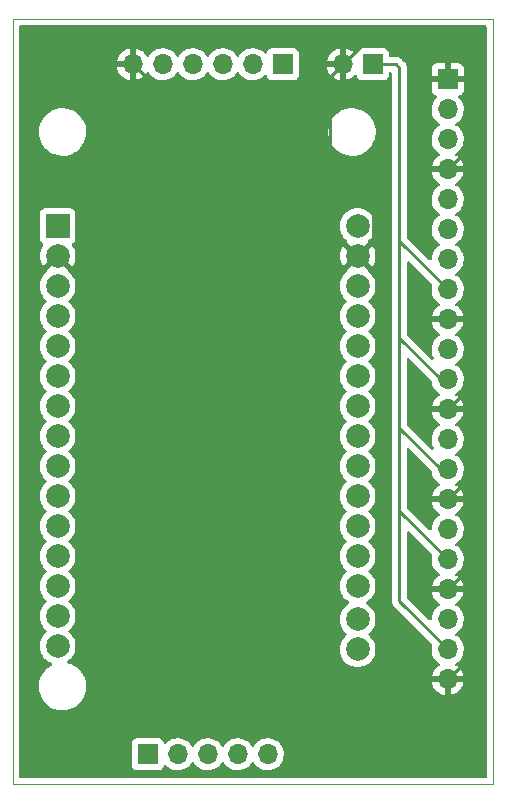
<source format=gbl>
%TF.GenerationSoftware,KiCad,Pcbnew,(6.0.7)*%
%TF.CreationDate,2022-11-21T18:02:34-05:00*%
%TF.ProjectId,lower_v3,6c6f7765-725f-4763-932e-6b696361645f,rev?*%
%TF.SameCoordinates,Original*%
%TF.FileFunction,Copper,L2,Bot*%
%TF.FilePolarity,Positive*%
%FSLAX46Y46*%
G04 Gerber Fmt 4.6, Leading zero omitted, Abs format (unit mm)*
G04 Created by KiCad (PCBNEW (6.0.7)) date 2022-11-21 18:02:34*
%MOMM*%
%LPD*%
G01*
G04 APERTURE LIST*
%TA.AperFunction,Profile*%
%ADD10C,0.100000*%
%TD*%
%TA.AperFunction,ComponentPad*%
%ADD11R,1.700000X1.700000*%
%TD*%
%TA.AperFunction,ComponentPad*%
%ADD12O,1.700000X1.700000*%
%TD*%
%TA.AperFunction,ComponentPad*%
%ADD13C,2.000000*%
%TD*%
%TA.AperFunction,ComponentPad*%
%ADD14R,2.000000X2.000000*%
%TD*%
%TA.AperFunction,Conductor*%
%ADD15C,0.250000*%
%TD*%
G04 APERTURE END LIST*
D10*
X154940000Y-138430000D02*
X114300000Y-138430000D01*
X114300000Y-138430000D02*
X114300000Y-73660000D01*
X114300000Y-73660000D02*
X154940000Y-73660000D01*
X154940000Y-73660000D02*
X154940000Y-138430000D01*
D11*
%TO.P,J2,1,Pin_1*%
%TO.N,Net-(J3-Pad11)*%
X137160000Y-77470000D03*
D12*
%TO.P,J2,2,Pin_2*%
%TO.N,Net-(U1-Pad28)*%
X134620000Y-77470000D03*
%TO.P,J2,3,Pin_3*%
%TO.N,Net-(U1-Pad27)*%
X132080000Y-77470000D03*
%TO.P,J2,4,Pin_4*%
%TO.N,Net-(U1-Pad5)*%
X129540000Y-77470000D03*
%TO.P,J2,5,Pin_5*%
%TO.N,Net-(U1-Pad4)*%
X127000000Y-77470000D03*
%TO.P,J2,6,Pin_6*%
%TO.N,GND*%
X124460000Y-77470000D03*
%TD*%
D13*
%TO.P,U1,30,VIN*%
%TO.N,unconnected-(U1-Pad30)*%
X143510000Y-91165000D03*
%TO.P,U1,29,GND*%
%TO.N,GND*%
X143510000Y-93705000D03*
%TO.P,U1,28,D13*%
%TO.N,Net-(U1-Pad28)*%
X143510000Y-96245000D03*
%TO.P,U1,27,D12*%
%TO.N,Net-(U1-Pad27)*%
X143510000Y-98785000D03*
%TO.P,U1,26,D14*%
%TO.N,Net-(J3-Pad2)*%
X143510000Y-101325000D03*
%TO.P,U1,25,D27*%
%TO.N,Net-(J3-Pad5)*%
X143510000Y-103865000D03*
%TO.P,U1,24,D26*%
%TO.N,unconnected-(U1-Pad24)*%
X143510000Y-106405000D03*
%TO.P,U1,23,D25*%
%TO.N,Net-(J3-Pad7)*%
X143510000Y-108945000D03*
%TO.P,U1,22,D33*%
%TO.N,Net-(J3-Pad10)*%
X143510000Y-111485000D03*
%TO.P,U1,21,D32*%
%TO.N,Net-(J3-Pad13)*%
X143510000Y-114025000D03*
%TO.P,U1,20,D35*%
%TO.N,Net-(J3-Pad16)*%
X143510000Y-116565000D03*
%TO.P,U1,19,D34*%
%TO.N,Net-(J3-Pad19)*%
X143510000Y-119105000D03*
%TO.P,U1,18,VN*%
%TO.N,unconnected-(U1-Pad18)*%
X143510000Y-121645000D03*
%TO.P,U1,17,VP*%
%TO.N,unconnected-(U1-Pad17)*%
X143510000Y-124460000D03*
%TO.P,U1,16,EN*%
%TO.N,unconnected-(U1-Pad16)*%
X143510000Y-127000000D03*
%TO.P,U1,15,D23*%
%TO.N,unconnected-(U1-Pad15)*%
X118110000Y-126725000D03*
%TO.P,U1,14,D22*%
%TO.N,unconnected-(U1-Pad14)*%
X118110000Y-124185000D03*
%TO.P,U1,13,TX0*%
%TO.N,unconnected-(U1-Pad13)*%
X118110000Y-121645000D03*
%TO.P,U1,12,RX0*%
%TO.N,unconnected-(U1-Pad12)*%
X118110000Y-119105000D03*
%TO.P,U1,11,D21*%
%TO.N,Net-(J1-Pad2)*%
X118110000Y-116565000D03*
%TO.P,U1,10,D19*%
%TO.N,Net-(J1-Pad3)*%
X118110000Y-114025000D03*
%TO.P,U1,9,D18*%
%TO.N,Net-(J1-Pad4)*%
X118110000Y-111485000D03*
%TO.P,U1,8,D5*%
%TO.N,Net-(J1-Pad5)*%
X118110000Y-108945000D03*
%TO.P,U1,7,TX2*%
%TO.N,unconnected-(U1-Pad7)*%
X118110000Y-106405000D03*
%TO.P,U1,6,RX2*%
%TO.N,unconnected-(U1-Pad6)*%
X118110000Y-103865000D03*
%TO.P,U1,5,D4*%
%TO.N,Net-(U1-Pad5)*%
X118110000Y-101325000D03*
%TO.P,U1,4,D2*%
%TO.N,Net-(U1-Pad4)*%
X118110000Y-98785000D03*
%TO.P,U1,3,D15*%
%TO.N,unconnected-(U1-Pad3)*%
X118110000Y-96245000D03*
%TO.P,U1,2,GND*%
%TO.N,GND*%
X118110000Y-93705000D03*
D14*
%TO.P,U1,1,3V3*%
%TO.N,Net-(J1-Pad1)*%
X118110000Y-91165000D03*
%TD*%
D11*
%TO.P,J1,1,Pin_1*%
%TO.N,Net-(J1-Pad1)*%
X125730000Y-135890000D03*
D12*
%TO.P,J1,2,Pin_2*%
%TO.N,Net-(J1-Pad2)*%
X128270000Y-135890000D03*
%TO.P,J1,3,Pin_3*%
%TO.N,Net-(J1-Pad3)*%
X130810000Y-135890000D03*
%TO.P,J1,4,Pin_4*%
%TO.N,Net-(J1-Pad4)*%
X133350000Y-135890000D03*
%TO.P,J1,5,Pin_5*%
%TO.N,Net-(J1-Pad5)*%
X135890000Y-135890000D03*
%TD*%
D11*
%TO.P,J3,1,Pin_1*%
%TO.N,GND*%
X151130000Y-78740000D03*
D12*
%TO.P,J3,2,Pin_2*%
%TO.N,Net-(J3-Pad2)*%
X151130000Y-81280000D03*
%TO.P,J3,3,Pin_3*%
%TO.N,Net-(J1-Pad1)*%
X151130000Y-83820000D03*
%TO.P,J3,4,Pin_4*%
%TO.N,GND*%
X151130000Y-86360000D03*
%TO.P,J3,5,Pin_5*%
%TO.N,Net-(J3-Pad5)*%
X151130000Y-88900000D03*
%TO.P,J3,6,Pin_6*%
%TO.N,Net-(J1-Pad1)*%
X151130000Y-91440000D03*
%TO.P,J3,7,Pin_7*%
%TO.N,Net-(J3-Pad7)*%
X151130000Y-93980000D03*
%TO.P,J3,8,Pin_8*%
%TO.N,Net-(J3-Pad11)*%
X151130000Y-96520000D03*
%TO.P,J3,9,Pin_9*%
%TO.N,GND*%
X151130000Y-99060000D03*
%TO.P,J3,10,Pin_10*%
%TO.N,Net-(J3-Pad10)*%
X151130000Y-101600000D03*
%TO.P,J3,11,Pin_11*%
%TO.N,Net-(J3-Pad11)*%
X151130000Y-104140000D03*
%TO.P,J3,12,Pin_12*%
%TO.N,GND*%
X151130000Y-106680000D03*
%TO.P,J3,13,Pin_13*%
%TO.N,Net-(J3-Pad13)*%
X151130000Y-109220000D03*
%TO.P,J3,14,Pin_14*%
%TO.N,Net-(J3-Pad11)*%
X151130000Y-111760000D03*
%TO.P,J3,15,Pin_15*%
%TO.N,GND*%
X151130000Y-114300000D03*
%TO.P,J3,16,Pin_16*%
%TO.N,Net-(J3-Pad16)*%
X151130000Y-116840000D03*
%TO.P,J3,17,Pin_17*%
%TO.N,Net-(J3-Pad11)*%
X151130000Y-119380000D03*
%TO.P,J3,18,Pin_18*%
%TO.N,GND*%
X151130000Y-121920000D03*
%TO.P,J3,19,Pin_19*%
%TO.N,Net-(J3-Pad19)*%
X151130000Y-124460000D03*
%TO.P,J3,20,Pin_20*%
%TO.N,Net-(J3-Pad11)*%
X151130000Y-127000000D03*
%TO.P,J3,21,Pin_21*%
%TO.N,GND*%
X151130000Y-129540000D03*
%TD*%
D11*
%TO.P,J4,1,Pin_1*%
%TO.N,Net-(J3-Pad11)*%
X144780000Y-77470000D03*
D12*
%TO.P,J4,2,Pin_2*%
%TO.N,GND*%
X142240000Y-77470000D03*
%TD*%
D15*
%TO.N,GND*%
X149860000Y-74930000D02*
X151130000Y-76200000D01*
X151130000Y-129540000D02*
X153670000Y-127000000D01*
X144780000Y-74930000D02*
X149860000Y-74930000D01*
X153670000Y-83820000D02*
X153670000Y-88335000D01*
X153670000Y-111195000D02*
X153670000Y-111760000D01*
X153670000Y-127000000D02*
X153670000Y-118815000D01*
X153670000Y-78740000D02*
X153670000Y-80715000D01*
X141164999Y-85284999D02*
X141164999Y-78545001D01*
X128270000Y-81280000D02*
X124460000Y-77470000D01*
X151130000Y-121920000D02*
X153670000Y-119380000D01*
X151130000Y-114300000D02*
X153670000Y-111760000D01*
X153670000Y-95955000D02*
X153670000Y-103575000D01*
X153670000Y-103575000D02*
X153670000Y-111195000D01*
X153670000Y-80715000D02*
X153670000Y-83820000D01*
X151130000Y-86360000D02*
X153670000Y-83820000D01*
X138430000Y-81280000D02*
X128270000Y-81280000D01*
X142240000Y-77470000D02*
X144780000Y-74930000D01*
X141164999Y-78545001D02*
X142240000Y-77470000D01*
X144835000Y-92380000D02*
X144835000Y-88955000D01*
X151130000Y-106680000D02*
X153670000Y-104140000D01*
X153670000Y-111760000D02*
X153670000Y-118815000D01*
X142240000Y-77470000D02*
X138430000Y-81280000D01*
X153670000Y-88335000D02*
X153670000Y-95955000D01*
X151130000Y-76200000D02*
X153670000Y-78740000D01*
X151130000Y-78740000D02*
X151130000Y-76200000D01*
X143510000Y-93705000D02*
X144835000Y-92380000D01*
X144835000Y-88955000D02*
X141164999Y-85284999D01*
%TO.N,Net-(J3-Pad11)*%
X147037500Y-115287500D02*
X147037500Y-115852500D01*
X147037500Y-92427500D02*
X147037500Y-92992500D01*
X146755000Y-77470000D02*
X147037500Y-77752500D01*
X147037500Y-100612500D02*
X147037500Y-108232500D01*
X151130000Y-96520000D02*
X147037500Y-92427500D01*
X147037500Y-115852500D02*
X147037500Y-122907500D01*
X147037500Y-108232500D02*
X150565000Y-111760000D01*
X151130000Y-119380000D02*
X147037500Y-115287500D01*
X147037500Y-77752500D02*
X147037500Y-85372500D01*
X147037500Y-85372500D02*
X147037500Y-92427500D01*
X147037500Y-92992500D02*
X147037500Y-100612500D01*
X144780000Y-77470000D02*
X146755000Y-77470000D01*
X147037500Y-100612500D02*
X150565000Y-104140000D01*
X151130000Y-111760000D02*
X150565000Y-111760000D01*
X147037500Y-108232500D02*
X147037500Y-115287500D01*
X151130000Y-127000000D02*
X147037500Y-122907500D01*
%TD*%
%TA.AperFunction,Conductor*%
%TO.N,GND*%
G36*
X154373621Y-74188502D02*
G01*
X154420114Y-74242158D01*
X154431500Y-74294500D01*
X154431500Y-137795500D01*
X154411498Y-137863621D01*
X154357842Y-137910114D01*
X154305500Y-137921500D01*
X114934500Y-137921500D01*
X114866379Y-137901498D01*
X114819886Y-137847842D01*
X114808500Y-137795500D01*
X114808500Y-136788134D01*
X124371500Y-136788134D01*
X124378255Y-136850316D01*
X124429385Y-136986705D01*
X124516739Y-137103261D01*
X124633295Y-137190615D01*
X124769684Y-137241745D01*
X124831866Y-137248500D01*
X126628134Y-137248500D01*
X126690316Y-137241745D01*
X126826705Y-137190615D01*
X126943261Y-137103261D01*
X127030615Y-136986705D01*
X127052799Y-136927529D01*
X127074598Y-136869382D01*
X127117240Y-136812618D01*
X127183802Y-136787918D01*
X127253150Y-136803126D01*
X127287817Y-136831114D01*
X127316250Y-136863938D01*
X127488126Y-137006632D01*
X127681000Y-137119338D01*
X127889692Y-137199030D01*
X127894760Y-137200061D01*
X127894763Y-137200062D01*
X128002017Y-137221883D01*
X128108597Y-137243567D01*
X128113772Y-137243757D01*
X128113774Y-137243757D01*
X128326673Y-137251564D01*
X128326677Y-137251564D01*
X128331837Y-137251753D01*
X128336957Y-137251097D01*
X128336959Y-137251097D01*
X128548288Y-137224025D01*
X128548289Y-137224025D01*
X128553416Y-137223368D01*
X128558366Y-137221883D01*
X128762429Y-137160661D01*
X128762434Y-137160659D01*
X128767384Y-137159174D01*
X128967994Y-137060896D01*
X129149860Y-136931173D01*
X129308096Y-136773489D01*
X129438453Y-136592077D01*
X129439776Y-136593028D01*
X129486645Y-136549857D01*
X129556580Y-136537625D01*
X129622026Y-136565144D01*
X129649875Y-136596994D01*
X129709987Y-136695088D01*
X129856250Y-136863938D01*
X130028126Y-137006632D01*
X130221000Y-137119338D01*
X130429692Y-137199030D01*
X130434760Y-137200061D01*
X130434763Y-137200062D01*
X130542017Y-137221883D01*
X130648597Y-137243567D01*
X130653772Y-137243757D01*
X130653774Y-137243757D01*
X130866673Y-137251564D01*
X130866677Y-137251564D01*
X130871837Y-137251753D01*
X130876957Y-137251097D01*
X130876959Y-137251097D01*
X131088288Y-137224025D01*
X131088289Y-137224025D01*
X131093416Y-137223368D01*
X131098366Y-137221883D01*
X131302429Y-137160661D01*
X131302434Y-137160659D01*
X131307384Y-137159174D01*
X131507994Y-137060896D01*
X131689860Y-136931173D01*
X131848096Y-136773489D01*
X131978453Y-136592077D01*
X131979776Y-136593028D01*
X132026645Y-136549857D01*
X132096580Y-136537625D01*
X132162026Y-136565144D01*
X132189875Y-136596994D01*
X132249987Y-136695088D01*
X132396250Y-136863938D01*
X132568126Y-137006632D01*
X132761000Y-137119338D01*
X132969692Y-137199030D01*
X132974760Y-137200061D01*
X132974763Y-137200062D01*
X133082017Y-137221883D01*
X133188597Y-137243567D01*
X133193772Y-137243757D01*
X133193774Y-137243757D01*
X133406673Y-137251564D01*
X133406677Y-137251564D01*
X133411837Y-137251753D01*
X133416957Y-137251097D01*
X133416959Y-137251097D01*
X133628288Y-137224025D01*
X133628289Y-137224025D01*
X133633416Y-137223368D01*
X133638366Y-137221883D01*
X133842429Y-137160661D01*
X133842434Y-137160659D01*
X133847384Y-137159174D01*
X134047994Y-137060896D01*
X134229860Y-136931173D01*
X134388096Y-136773489D01*
X134518453Y-136592077D01*
X134519776Y-136593028D01*
X134566645Y-136549857D01*
X134636580Y-136537625D01*
X134702026Y-136565144D01*
X134729875Y-136596994D01*
X134789987Y-136695088D01*
X134936250Y-136863938D01*
X135108126Y-137006632D01*
X135301000Y-137119338D01*
X135509692Y-137199030D01*
X135514760Y-137200061D01*
X135514763Y-137200062D01*
X135622017Y-137221883D01*
X135728597Y-137243567D01*
X135733772Y-137243757D01*
X135733774Y-137243757D01*
X135946673Y-137251564D01*
X135946677Y-137251564D01*
X135951837Y-137251753D01*
X135956957Y-137251097D01*
X135956959Y-137251097D01*
X136168288Y-137224025D01*
X136168289Y-137224025D01*
X136173416Y-137223368D01*
X136178366Y-137221883D01*
X136382429Y-137160661D01*
X136382434Y-137160659D01*
X136387384Y-137159174D01*
X136587994Y-137060896D01*
X136769860Y-136931173D01*
X136928096Y-136773489D01*
X137058453Y-136592077D01*
X137079320Y-136549857D01*
X137155136Y-136396453D01*
X137155137Y-136396451D01*
X137157430Y-136391811D01*
X137222370Y-136178069D01*
X137251529Y-135956590D01*
X137253156Y-135890000D01*
X137234852Y-135667361D01*
X137180431Y-135450702D01*
X137091354Y-135245840D01*
X136970014Y-135058277D01*
X136819670Y-134893051D01*
X136815619Y-134889852D01*
X136815615Y-134889848D01*
X136648414Y-134757800D01*
X136648410Y-134757798D01*
X136644359Y-134754598D01*
X136448789Y-134646638D01*
X136443920Y-134644914D01*
X136443916Y-134644912D01*
X136243087Y-134573795D01*
X136243083Y-134573794D01*
X136238212Y-134572069D01*
X136233119Y-134571162D01*
X136233116Y-134571161D01*
X136023373Y-134533800D01*
X136023367Y-134533799D01*
X136018284Y-134532894D01*
X135944452Y-134531992D01*
X135800081Y-134530228D01*
X135800079Y-134530228D01*
X135794911Y-134530165D01*
X135574091Y-134563955D01*
X135361756Y-134633357D01*
X135163607Y-134736507D01*
X135159474Y-134739610D01*
X135159471Y-134739612D01*
X134989100Y-134867530D01*
X134984965Y-134870635D01*
X134981393Y-134874373D01*
X134873729Y-134987037D01*
X134830629Y-135032138D01*
X134723201Y-135189621D01*
X134668293Y-135234621D01*
X134597768Y-135242792D01*
X134534021Y-135211538D01*
X134513324Y-135187054D01*
X134432822Y-135062617D01*
X134432820Y-135062614D01*
X134430014Y-135058277D01*
X134279670Y-134893051D01*
X134275619Y-134889852D01*
X134275615Y-134889848D01*
X134108414Y-134757800D01*
X134108410Y-134757798D01*
X134104359Y-134754598D01*
X133908789Y-134646638D01*
X133903920Y-134644914D01*
X133903916Y-134644912D01*
X133703087Y-134573795D01*
X133703083Y-134573794D01*
X133698212Y-134572069D01*
X133693119Y-134571162D01*
X133693116Y-134571161D01*
X133483373Y-134533800D01*
X133483367Y-134533799D01*
X133478284Y-134532894D01*
X133404452Y-134531992D01*
X133260081Y-134530228D01*
X133260079Y-134530228D01*
X133254911Y-134530165D01*
X133034091Y-134563955D01*
X132821756Y-134633357D01*
X132623607Y-134736507D01*
X132619474Y-134739610D01*
X132619471Y-134739612D01*
X132449100Y-134867530D01*
X132444965Y-134870635D01*
X132441393Y-134874373D01*
X132333729Y-134987037D01*
X132290629Y-135032138D01*
X132183201Y-135189621D01*
X132128293Y-135234621D01*
X132057768Y-135242792D01*
X131994021Y-135211538D01*
X131973324Y-135187054D01*
X131892822Y-135062617D01*
X131892820Y-135062614D01*
X131890014Y-135058277D01*
X131739670Y-134893051D01*
X131735619Y-134889852D01*
X131735615Y-134889848D01*
X131568414Y-134757800D01*
X131568410Y-134757798D01*
X131564359Y-134754598D01*
X131368789Y-134646638D01*
X131363920Y-134644914D01*
X131363916Y-134644912D01*
X131163087Y-134573795D01*
X131163083Y-134573794D01*
X131158212Y-134572069D01*
X131153119Y-134571162D01*
X131153116Y-134571161D01*
X130943373Y-134533800D01*
X130943367Y-134533799D01*
X130938284Y-134532894D01*
X130864452Y-134531992D01*
X130720081Y-134530228D01*
X130720079Y-134530228D01*
X130714911Y-134530165D01*
X130494091Y-134563955D01*
X130281756Y-134633357D01*
X130083607Y-134736507D01*
X130079474Y-134739610D01*
X130079471Y-134739612D01*
X129909100Y-134867530D01*
X129904965Y-134870635D01*
X129901393Y-134874373D01*
X129793729Y-134987037D01*
X129750629Y-135032138D01*
X129643201Y-135189621D01*
X129588293Y-135234621D01*
X129517768Y-135242792D01*
X129454021Y-135211538D01*
X129433324Y-135187054D01*
X129352822Y-135062617D01*
X129352820Y-135062614D01*
X129350014Y-135058277D01*
X129199670Y-134893051D01*
X129195619Y-134889852D01*
X129195615Y-134889848D01*
X129028414Y-134757800D01*
X129028410Y-134757798D01*
X129024359Y-134754598D01*
X128828789Y-134646638D01*
X128823920Y-134644914D01*
X128823916Y-134644912D01*
X128623087Y-134573795D01*
X128623083Y-134573794D01*
X128618212Y-134572069D01*
X128613119Y-134571162D01*
X128613116Y-134571161D01*
X128403373Y-134533800D01*
X128403367Y-134533799D01*
X128398284Y-134532894D01*
X128324452Y-134531992D01*
X128180081Y-134530228D01*
X128180079Y-134530228D01*
X128174911Y-134530165D01*
X127954091Y-134563955D01*
X127741756Y-134633357D01*
X127543607Y-134736507D01*
X127539474Y-134739610D01*
X127539471Y-134739612D01*
X127369100Y-134867530D01*
X127364965Y-134870635D01*
X127308537Y-134929684D01*
X127284283Y-134955064D01*
X127222759Y-134990494D01*
X127151846Y-134987037D01*
X127094060Y-134945791D01*
X127075207Y-134912243D01*
X127033767Y-134801703D01*
X127030615Y-134793295D01*
X126943261Y-134676739D01*
X126826705Y-134589385D01*
X126690316Y-134538255D01*
X126628134Y-134531500D01*
X124831866Y-134531500D01*
X124769684Y-134538255D01*
X124633295Y-134589385D01*
X124516739Y-134676739D01*
X124429385Y-134793295D01*
X124378255Y-134929684D01*
X124371500Y-134991866D01*
X124371500Y-136788134D01*
X114808500Y-136788134D01*
X114808500Y-130084733D01*
X116517822Y-130084733D01*
X116517975Y-130089121D01*
X116517975Y-130089127D01*
X116527040Y-130348699D01*
X116527625Y-130365458D01*
X116528387Y-130369781D01*
X116528388Y-130369788D01*
X116552164Y-130504624D01*
X116576402Y-130642087D01*
X116663203Y-130909235D01*
X116786340Y-131161702D01*
X116788795Y-131165341D01*
X116788798Y-131165347D01*
X116861890Y-131273710D01*
X116943415Y-131394576D01*
X117131371Y-131603322D01*
X117346550Y-131783879D01*
X117584764Y-131932731D01*
X117841375Y-132046982D01*
X118111390Y-132124407D01*
X118115740Y-132125018D01*
X118115743Y-132125019D01*
X118218690Y-132139487D01*
X118389552Y-132163500D01*
X118600146Y-132163500D01*
X118602332Y-132163347D01*
X118602336Y-132163347D01*
X118805827Y-132149118D01*
X118805832Y-132149117D01*
X118810212Y-132148811D01*
X119084970Y-132090409D01*
X119089099Y-132088906D01*
X119089103Y-132088905D01*
X119344781Y-131995846D01*
X119344785Y-131995844D01*
X119348926Y-131994337D01*
X119596942Y-131862464D01*
X119701896Y-131786211D01*
X119820629Y-131699947D01*
X119820632Y-131699944D01*
X119824192Y-131697358D01*
X120026252Y-131502231D01*
X120199188Y-131280882D01*
X120201384Y-131277078D01*
X120201389Y-131277071D01*
X120337435Y-131041431D01*
X120339636Y-131037619D01*
X120444862Y-130777176D01*
X120445928Y-130772901D01*
X120511753Y-130508893D01*
X120511754Y-130508888D01*
X120512817Y-130504624D01*
X120520996Y-130426812D01*
X120541719Y-130229636D01*
X120541719Y-130229633D01*
X120542178Y-130225267D01*
X120537118Y-130080364D01*
X120532529Y-129948939D01*
X120532528Y-129948933D01*
X120532375Y-129944542D01*
X120512692Y-129832910D01*
X120508294Y-129807966D01*
X149798257Y-129807966D01*
X149828565Y-129942446D01*
X149831645Y-129952275D01*
X149911770Y-130149603D01*
X149916413Y-130158794D01*
X150027694Y-130340388D01*
X150033777Y-130348699D01*
X150173213Y-130509667D01*
X150180580Y-130516883D01*
X150344434Y-130652916D01*
X150352881Y-130658831D01*
X150536756Y-130766279D01*
X150546042Y-130770729D01*
X150745001Y-130846703D01*
X150754899Y-130849579D01*
X150858250Y-130870606D01*
X150872299Y-130869410D01*
X150876000Y-130859065D01*
X150876000Y-130858517D01*
X151384000Y-130858517D01*
X151388064Y-130872359D01*
X151401478Y-130874393D01*
X151408184Y-130873534D01*
X151418262Y-130871392D01*
X151622255Y-130810191D01*
X151631842Y-130806433D01*
X151823095Y-130712739D01*
X151831945Y-130707464D01*
X152005328Y-130583792D01*
X152013200Y-130577139D01*
X152164052Y-130426812D01*
X152170730Y-130418965D01*
X152295003Y-130246020D01*
X152300313Y-130237183D01*
X152394670Y-130046267D01*
X152398469Y-130036672D01*
X152460377Y-129832910D01*
X152462555Y-129822837D01*
X152463986Y-129811962D01*
X152461775Y-129797778D01*
X152448617Y-129794000D01*
X151402115Y-129794000D01*
X151386876Y-129798475D01*
X151385671Y-129799865D01*
X151384000Y-129807548D01*
X151384000Y-130858517D01*
X150876000Y-130858517D01*
X150876000Y-129812115D01*
X150871525Y-129796876D01*
X150870135Y-129795671D01*
X150862452Y-129794000D01*
X149813225Y-129794000D01*
X149799694Y-129797973D01*
X149798257Y-129807966D01*
X120508294Y-129807966D01*
X120484360Y-129672236D01*
X120483598Y-129667913D01*
X120396797Y-129400765D01*
X120273660Y-129148298D01*
X120271205Y-129144659D01*
X120271202Y-129144653D01*
X120190935Y-129025653D01*
X120116585Y-128915424D01*
X119928629Y-128706678D01*
X119895307Y-128678717D01*
X119813476Y-128610053D01*
X119713450Y-128526121D01*
X119475236Y-128377269D01*
X119218625Y-128263018D01*
X119066981Y-128219535D01*
X118995667Y-128199086D01*
X118935698Y-128161082D01*
X118905796Y-128096690D01*
X118915453Y-128026353D01*
X118964563Y-127970534D01*
X118995197Y-127951762D01*
X118995202Y-127951758D01*
X118999416Y-127949176D01*
X119179969Y-127794969D01*
X119334176Y-127614416D01*
X119336755Y-127610208D01*
X119336759Y-127610202D01*
X119455654Y-127416183D01*
X119458240Y-127411963D01*
X119507507Y-127293023D01*
X119547211Y-127197167D01*
X119547212Y-127197165D01*
X119549105Y-127192594D01*
X119595343Y-127000000D01*
X141996835Y-127000000D01*
X142015465Y-127236711D01*
X142070895Y-127467594D01*
X142072788Y-127472165D01*
X142072789Y-127472167D01*
X142129965Y-127610202D01*
X142161760Y-127686963D01*
X142164346Y-127691183D01*
X142283241Y-127885202D01*
X142283245Y-127885208D01*
X142285824Y-127889416D01*
X142440031Y-128069969D01*
X142620584Y-128224176D01*
X142624792Y-128226755D01*
X142624798Y-128226759D01*
X142796025Y-128331687D01*
X142823037Y-128348240D01*
X142827607Y-128350133D01*
X142827611Y-128350135D01*
X142954081Y-128402520D01*
X143042406Y-128439105D01*
X143122609Y-128458360D01*
X143268476Y-128493380D01*
X143268482Y-128493381D01*
X143273289Y-128494535D01*
X143510000Y-128513165D01*
X143746711Y-128494535D01*
X143751518Y-128493381D01*
X143751524Y-128493380D01*
X143897391Y-128458360D01*
X143977594Y-128439105D01*
X144065919Y-128402520D01*
X144192389Y-128350135D01*
X144192393Y-128350133D01*
X144196963Y-128348240D01*
X144223975Y-128331687D01*
X144395202Y-128226759D01*
X144395208Y-128226755D01*
X144399416Y-128224176D01*
X144579969Y-128069969D01*
X144734176Y-127889416D01*
X144736755Y-127885208D01*
X144736759Y-127885202D01*
X144855654Y-127691183D01*
X144858240Y-127686963D01*
X144890036Y-127610202D01*
X144947211Y-127472167D01*
X144947212Y-127472165D01*
X144949105Y-127467594D01*
X145004535Y-127236711D01*
X145023165Y-127000000D01*
X145004535Y-126763289D01*
X145001275Y-126749707D01*
X144967252Y-126607994D01*
X144949105Y-126532406D01*
X144877937Y-126360590D01*
X144860135Y-126317611D01*
X144860133Y-126317607D01*
X144858240Y-126313037D01*
X144821347Y-126252833D01*
X144736759Y-126114798D01*
X144736755Y-126114792D01*
X144734176Y-126110584D01*
X144579969Y-125930031D01*
X144576213Y-125926823D01*
X144576208Y-125926818D01*
X144457944Y-125825811D01*
X144419134Y-125766361D01*
X144418628Y-125695366D01*
X144457944Y-125634189D01*
X144576208Y-125533182D01*
X144576213Y-125533177D01*
X144579969Y-125529969D01*
X144734176Y-125349416D01*
X144736755Y-125345208D01*
X144736759Y-125345202D01*
X144855654Y-125151183D01*
X144858240Y-125146963D01*
X144890036Y-125070202D01*
X144947211Y-124932167D01*
X144947212Y-124932165D01*
X144949105Y-124927594D01*
X145004535Y-124696711D01*
X145023165Y-124460000D01*
X145004535Y-124223289D01*
X145001275Y-124209707D01*
X144950260Y-123997218D01*
X144949105Y-123992406D01*
X144877937Y-123820590D01*
X144860135Y-123777611D01*
X144860133Y-123777607D01*
X144858240Y-123773037D01*
X144821347Y-123712833D01*
X144736759Y-123574798D01*
X144736755Y-123574792D01*
X144734176Y-123570584D01*
X144579969Y-123390031D01*
X144399416Y-123235824D01*
X144395203Y-123233242D01*
X144395193Y-123233235D01*
X144275574Y-123159932D01*
X144227943Y-123107285D01*
X144216336Y-123037243D01*
X144244439Y-122972046D01*
X144275574Y-122945068D01*
X144395193Y-122871765D01*
X144395203Y-122871758D01*
X144399416Y-122869176D01*
X144579969Y-122714969D01*
X144734176Y-122534416D01*
X144736755Y-122530208D01*
X144736759Y-122530202D01*
X144855654Y-122336183D01*
X144858240Y-122331963D01*
X144911726Y-122202837D01*
X144947211Y-122117167D01*
X144947212Y-122117165D01*
X144949105Y-122112594D01*
X145004535Y-121881711D01*
X145023165Y-121645000D01*
X145004535Y-121408289D01*
X144949105Y-121177406D01*
X144947211Y-121172833D01*
X144860135Y-120962611D01*
X144860133Y-120962607D01*
X144858240Y-120958037D01*
X144855654Y-120953817D01*
X144736759Y-120759798D01*
X144736755Y-120759792D01*
X144734176Y-120755584D01*
X144579969Y-120575031D01*
X144576213Y-120571823D01*
X144576208Y-120571818D01*
X144457944Y-120470811D01*
X144419134Y-120411361D01*
X144418628Y-120340366D01*
X144457944Y-120279189D01*
X144576208Y-120178182D01*
X144576213Y-120178177D01*
X144579969Y-120174969D01*
X144734176Y-119994416D01*
X144736755Y-119990208D01*
X144736759Y-119990202D01*
X144855654Y-119796183D01*
X144858240Y-119791963D01*
X144907507Y-119673023D01*
X144947211Y-119577167D01*
X144947212Y-119577165D01*
X144949105Y-119572594D01*
X145002101Y-119351851D01*
X145003380Y-119346524D01*
X145003381Y-119346518D01*
X145004535Y-119341711D01*
X145023165Y-119105000D01*
X145004535Y-118868289D01*
X144949105Y-118637406D01*
X144947211Y-118632833D01*
X144860135Y-118422611D01*
X144860133Y-118422607D01*
X144858240Y-118418037D01*
X144839141Y-118386870D01*
X144736759Y-118219798D01*
X144736755Y-118219792D01*
X144734176Y-118215584D01*
X144579969Y-118035031D01*
X144576213Y-118031823D01*
X144576208Y-118031818D01*
X144457944Y-117930811D01*
X144419134Y-117871361D01*
X144418628Y-117800366D01*
X144457944Y-117739189D01*
X144576208Y-117638182D01*
X144576213Y-117638177D01*
X144579969Y-117634969D01*
X144734176Y-117454416D01*
X144736755Y-117450208D01*
X144736759Y-117450202D01*
X144855654Y-117256183D01*
X144858240Y-117251963D01*
X144907507Y-117133023D01*
X144947211Y-117037167D01*
X144947212Y-117037165D01*
X144949105Y-117032594D01*
X145000868Y-116816987D01*
X145003380Y-116806524D01*
X145003381Y-116806518D01*
X145004535Y-116801711D01*
X145023165Y-116565000D01*
X145004535Y-116328289D01*
X144949105Y-116097406D01*
X144947211Y-116092833D01*
X144860135Y-115882611D01*
X144860133Y-115882607D01*
X144858240Y-115878037D01*
X144839141Y-115846870D01*
X144736759Y-115679798D01*
X144736755Y-115679792D01*
X144734176Y-115675584D01*
X144579969Y-115495031D01*
X144576213Y-115491823D01*
X144576208Y-115491818D01*
X144457944Y-115390811D01*
X144419134Y-115331361D01*
X144418628Y-115260366D01*
X144457944Y-115199189D01*
X144576208Y-115098182D01*
X144576213Y-115098177D01*
X144579969Y-115094969D01*
X144734176Y-114914416D01*
X144736755Y-114910208D01*
X144736759Y-114910202D01*
X144855654Y-114716183D01*
X144858240Y-114711963D01*
X144911726Y-114582837D01*
X144947211Y-114497167D01*
X144947212Y-114497165D01*
X144949105Y-114492594D01*
X145004535Y-114261711D01*
X145023165Y-114025000D01*
X145004535Y-113788289D01*
X144949105Y-113557406D01*
X144947211Y-113552833D01*
X144860135Y-113342611D01*
X144860133Y-113342607D01*
X144858240Y-113338037D01*
X144855654Y-113333817D01*
X144736759Y-113139798D01*
X144736755Y-113139792D01*
X144734176Y-113135584D01*
X144579969Y-112955031D01*
X144576213Y-112951823D01*
X144576208Y-112951818D01*
X144457944Y-112850811D01*
X144419134Y-112791361D01*
X144418628Y-112720366D01*
X144457944Y-112659189D01*
X144576208Y-112558182D01*
X144576213Y-112558177D01*
X144579969Y-112554969D01*
X144734176Y-112374416D01*
X144736755Y-112370208D01*
X144736759Y-112370202D01*
X144855654Y-112176183D01*
X144858240Y-112171963D01*
X144907507Y-112053023D01*
X144947211Y-111957167D01*
X144947212Y-111957165D01*
X144949105Y-111952594D01*
X144969847Y-111866199D01*
X145003380Y-111726524D01*
X145003381Y-111726518D01*
X145004535Y-111721711D01*
X145023165Y-111485000D01*
X145004535Y-111248289D01*
X144949105Y-111017406D01*
X144947211Y-111012833D01*
X144860135Y-110802611D01*
X144860133Y-110802607D01*
X144858240Y-110798037D01*
X144839141Y-110766870D01*
X144736759Y-110599798D01*
X144736755Y-110599792D01*
X144734176Y-110595584D01*
X144579969Y-110415031D01*
X144576213Y-110411823D01*
X144576208Y-110411818D01*
X144457944Y-110310811D01*
X144419134Y-110251361D01*
X144418628Y-110180366D01*
X144457944Y-110119189D01*
X144576208Y-110018182D01*
X144576213Y-110018177D01*
X144579969Y-110014969D01*
X144734176Y-109834416D01*
X144736755Y-109830208D01*
X144736759Y-109830202D01*
X144855654Y-109636183D01*
X144858240Y-109631963D01*
X144907507Y-109513023D01*
X144947211Y-109417167D01*
X144947212Y-109417165D01*
X144949105Y-109412594D01*
X145002101Y-109191851D01*
X145003380Y-109186524D01*
X145003381Y-109186518D01*
X145004535Y-109181711D01*
X145023165Y-108945000D01*
X145004535Y-108708289D01*
X144949105Y-108477406D01*
X144947211Y-108472833D01*
X144860135Y-108262611D01*
X144860133Y-108262607D01*
X144858240Y-108258037D01*
X144839141Y-108226870D01*
X144736759Y-108059798D01*
X144736755Y-108059792D01*
X144734176Y-108055584D01*
X144579969Y-107875031D01*
X144576213Y-107871823D01*
X144576208Y-107871818D01*
X144457944Y-107770811D01*
X144419134Y-107711361D01*
X144418628Y-107640366D01*
X144457944Y-107579189D01*
X144576208Y-107478182D01*
X144576213Y-107478177D01*
X144579969Y-107474969D01*
X144734176Y-107294416D01*
X144736755Y-107290208D01*
X144736759Y-107290202D01*
X144855654Y-107096183D01*
X144858240Y-107091963D01*
X144911726Y-106962837D01*
X144947211Y-106877167D01*
X144947212Y-106877165D01*
X144949105Y-106872594D01*
X145004535Y-106641711D01*
X145023165Y-106405000D01*
X145004535Y-106168289D01*
X144949105Y-105937406D01*
X144947211Y-105932833D01*
X144860135Y-105722611D01*
X144860133Y-105722607D01*
X144858240Y-105718037D01*
X144855654Y-105713817D01*
X144736759Y-105519798D01*
X144736755Y-105519792D01*
X144734176Y-105515584D01*
X144579969Y-105335031D01*
X144576213Y-105331823D01*
X144576208Y-105331818D01*
X144457944Y-105230811D01*
X144419134Y-105171361D01*
X144418628Y-105100366D01*
X144457944Y-105039189D01*
X144576208Y-104938182D01*
X144576213Y-104938177D01*
X144579969Y-104934969D01*
X144734176Y-104754416D01*
X144736755Y-104750208D01*
X144736759Y-104750202D01*
X144855654Y-104556183D01*
X144858240Y-104551963D01*
X144907507Y-104433023D01*
X144947211Y-104337167D01*
X144947212Y-104337165D01*
X144949105Y-104332594D01*
X144969847Y-104246199D01*
X145003380Y-104106524D01*
X145003381Y-104106518D01*
X145004535Y-104101711D01*
X145023165Y-103865000D01*
X145004535Y-103628289D01*
X144949105Y-103397406D01*
X144947211Y-103392833D01*
X144860135Y-103182611D01*
X144860133Y-103182607D01*
X144858240Y-103178037D01*
X144839141Y-103146870D01*
X144736759Y-102979798D01*
X144736755Y-102979792D01*
X144734176Y-102975584D01*
X144579969Y-102795031D01*
X144576213Y-102791823D01*
X144576208Y-102791818D01*
X144457944Y-102690811D01*
X144419134Y-102631361D01*
X144418628Y-102560366D01*
X144457944Y-102499189D01*
X144576208Y-102398182D01*
X144576213Y-102398177D01*
X144579969Y-102394969D01*
X144734176Y-102214416D01*
X144736755Y-102210208D01*
X144736759Y-102210202D01*
X144855654Y-102016183D01*
X144858240Y-102011963D01*
X144907507Y-101893023D01*
X144947211Y-101797167D01*
X144947212Y-101797165D01*
X144949105Y-101792594D01*
X145002101Y-101571851D01*
X145003380Y-101566524D01*
X145003381Y-101566518D01*
X145004535Y-101561711D01*
X145023165Y-101325000D01*
X145004535Y-101088289D01*
X144949105Y-100857406D01*
X144947211Y-100852833D01*
X144860135Y-100642611D01*
X144860133Y-100642607D01*
X144858240Y-100638037D01*
X144839141Y-100606870D01*
X144736759Y-100439798D01*
X144736755Y-100439792D01*
X144734176Y-100435584D01*
X144579969Y-100255031D01*
X144576213Y-100251823D01*
X144576208Y-100251818D01*
X144457944Y-100150811D01*
X144419134Y-100091361D01*
X144418628Y-100020366D01*
X144457944Y-99959189D01*
X144576208Y-99858182D01*
X144576213Y-99858177D01*
X144579969Y-99854969D01*
X144734176Y-99674416D01*
X144736755Y-99670208D01*
X144736759Y-99670202D01*
X144855654Y-99476183D01*
X144858240Y-99471963D01*
X144911726Y-99342837D01*
X144947211Y-99257167D01*
X144947212Y-99257165D01*
X144949105Y-99252594D01*
X145004535Y-99021711D01*
X145023165Y-98785000D01*
X145004535Y-98548289D01*
X144949105Y-98317406D01*
X144947211Y-98312833D01*
X144860135Y-98102611D01*
X144860133Y-98102607D01*
X144858240Y-98098037D01*
X144855654Y-98093817D01*
X144736759Y-97899798D01*
X144736755Y-97899792D01*
X144734176Y-97895584D01*
X144579969Y-97715031D01*
X144576213Y-97711823D01*
X144576208Y-97711818D01*
X144457944Y-97610811D01*
X144419134Y-97551361D01*
X144418628Y-97480366D01*
X144457944Y-97419189D01*
X144576208Y-97318182D01*
X144576213Y-97318177D01*
X144579969Y-97314969D01*
X144734176Y-97134416D01*
X144736755Y-97130208D01*
X144736759Y-97130202D01*
X144855654Y-96936183D01*
X144858240Y-96931963D01*
X144907507Y-96813023D01*
X144947211Y-96717167D01*
X144947212Y-96717165D01*
X144949105Y-96712594D01*
X145002101Y-96491851D01*
X145003380Y-96486524D01*
X145003381Y-96486518D01*
X145004535Y-96481711D01*
X145023165Y-96245000D01*
X145004535Y-96008289D01*
X144949105Y-95777406D01*
X144947211Y-95772833D01*
X144860135Y-95562611D01*
X144860133Y-95562607D01*
X144858240Y-95558037D01*
X144839141Y-95526870D01*
X144736759Y-95359798D01*
X144736755Y-95359792D01*
X144734176Y-95355584D01*
X144579969Y-95175031D01*
X144576213Y-95171823D01*
X144576208Y-95171818D01*
X144423384Y-95041294D01*
X144384574Y-94981844D01*
X144382360Y-94947442D01*
X144374123Y-94928333D01*
X143522812Y-94077022D01*
X143508868Y-94069408D01*
X143507035Y-94069539D01*
X143500420Y-94073790D01*
X142648920Y-94925290D01*
X142639740Y-94942102D01*
X142625980Y-95005350D01*
X142597224Y-95040775D01*
X142470616Y-95148909D01*
X142440031Y-95175031D01*
X142285824Y-95355584D01*
X142283245Y-95359792D01*
X142283241Y-95359798D01*
X142180859Y-95526870D01*
X142161760Y-95558037D01*
X142159867Y-95562607D01*
X142159865Y-95562611D01*
X142072789Y-95772833D01*
X142070895Y-95777406D01*
X142015465Y-96008289D01*
X141996835Y-96245000D01*
X142015465Y-96481711D01*
X142016619Y-96486518D01*
X142016620Y-96486524D01*
X142017899Y-96491851D01*
X142070895Y-96712594D01*
X142072788Y-96717165D01*
X142072789Y-96717167D01*
X142112494Y-96813023D01*
X142161760Y-96931963D01*
X142164346Y-96936183D01*
X142283241Y-97130202D01*
X142283245Y-97130208D01*
X142285824Y-97134416D01*
X142440031Y-97314969D01*
X142443787Y-97318177D01*
X142443792Y-97318182D01*
X142562056Y-97419189D01*
X142600866Y-97478639D01*
X142601372Y-97549634D01*
X142562056Y-97610811D01*
X142443792Y-97711818D01*
X142443787Y-97711823D01*
X142440031Y-97715031D01*
X142285824Y-97895584D01*
X142283245Y-97899792D01*
X142283241Y-97899798D01*
X142164346Y-98093817D01*
X142161760Y-98098037D01*
X142159867Y-98102607D01*
X142159865Y-98102611D01*
X142072789Y-98312833D01*
X142070895Y-98317406D01*
X142015465Y-98548289D01*
X141996835Y-98785000D01*
X142015465Y-99021711D01*
X142070895Y-99252594D01*
X142072788Y-99257165D01*
X142072789Y-99257167D01*
X142108275Y-99342837D01*
X142161760Y-99471963D01*
X142164346Y-99476183D01*
X142283241Y-99670202D01*
X142283245Y-99670208D01*
X142285824Y-99674416D01*
X142440031Y-99854969D01*
X142443787Y-99858177D01*
X142443792Y-99858182D01*
X142562056Y-99959189D01*
X142600866Y-100018639D01*
X142601372Y-100089634D01*
X142562056Y-100150811D01*
X142443792Y-100251818D01*
X142443787Y-100251823D01*
X142440031Y-100255031D01*
X142285824Y-100435584D01*
X142283245Y-100439792D01*
X142283241Y-100439798D01*
X142180859Y-100606870D01*
X142161760Y-100638037D01*
X142159867Y-100642607D01*
X142159865Y-100642611D01*
X142072789Y-100852833D01*
X142070895Y-100857406D01*
X142015465Y-101088289D01*
X141996835Y-101325000D01*
X142015465Y-101561711D01*
X142016619Y-101566518D01*
X142016620Y-101566524D01*
X142017899Y-101571851D01*
X142070895Y-101792594D01*
X142072788Y-101797165D01*
X142072789Y-101797167D01*
X142112494Y-101893023D01*
X142161760Y-102011963D01*
X142164346Y-102016183D01*
X142283241Y-102210202D01*
X142283245Y-102210208D01*
X142285824Y-102214416D01*
X142440031Y-102394969D01*
X142443787Y-102398177D01*
X142443792Y-102398182D01*
X142562056Y-102499189D01*
X142600866Y-102558639D01*
X142601372Y-102629634D01*
X142562056Y-102690811D01*
X142443792Y-102791818D01*
X142443787Y-102791823D01*
X142440031Y-102795031D01*
X142285824Y-102975584D01*
X142283245Y-102979792D01*
X142283241Y-102979798D01*
X142180859Y-103146870D01*
X142161760Y-103178037D01*
X142159867Y-103182607D01*
X142159865Y-103182611D01*
X142072789Y-103392833D01*
X142070895Y-103397406D01*
X142015465Y-103628289D01*
X141996835Y-103865000D01*
X142015465Y-104101711D01*
X142016619Y-104106518D01*
X142016620Y-104106524D01*
X142050153Y-104246199D01*
X142070895Y-104332594D01*
X142072788Y-104337165D01*
X142072789Y-104337167D01*
X142112494Y-104433023D01*
X142161760Y-104551963D01*
X142164346Y-104556183D01*
X142283241Y-104750202D01*
X142283245Y-104750208D01*
X142285824Y-104754416D01*
X142440031Y-104934969D01*
X142443787Y-104938177D01*
X142443792Y-104938182D01*
X142562056Y-105039189D01*
X142600866Y-105098639D01*
X142601372Y-105169634D01*
X142562056Y-105230811D01*
X142443792Y-105331818D01*
X142443787Y-105331823D01*
X142440031Y-105335031D01*
X142285824Y-105515584D01*
X142283245Y-105519792D01*
X142283241Y-105519798D01*
X142164346Y-105713817D01*
X142161760Y-105718037D01*
X142159867Y-105722607D01*
X142159865Y-105722611D01*
X142072789Y-105932833D01*
X142070895Y-105937406D01*
X142015465Y-106168289D01*
X141996835Y-106405000D01*
X142015465Y-106641711D01*
X142070895Y-106872594D01*
X142072788Y-106877165D01*
X142072789Y-106877167D01*
X142108275Y-106962837D01*
X142161760Y-107091963D01*
X142164346Y-107096183D01*
X142283241Y-107290202D01*
X142283245Y-107290208D01*
X142285824Y-107294416D01*
X142440031Y-107474969D01*
X142443787Y-107478177D01*
X142443792Y-107478182D01*
X142562056Y-107579189D01*
X142600866Y-107638639D01*
X142601372Y-107709634D01*
X142562056Y-107770811D01*
X142443792Y-107871818D01*
X142443787Y-107871823D01*
X142440031Y-107875031D01*
X142285824Y-108055584D01*
X142283245Y-108059792D01*
X142283241Y-108059798D01*
X142180859Y-108226870D01*
X142161760Y-108258037D01*
X142159867Y-108262607D01*
X142159865Y-108262611D01*
X142072789Y-108472833D01*
X142070895Y-108477406D01*
X142015465Y-108708289D01*
X141996835Y-108945000D01*
X142015465Y-109181711D01*
X142016619Y-109186518D01*
X142016620Y-109186524D01*
X142017899Y-109191851D01*
X142070895Y-109412594D01*
X142072788Y-109417165D01*
X142072789Y-109417167D01*
X142112494Y-109513023D01*
X142161760Y-109631963D01*
X142164346Y-109636183D01*
X142283241Y-109830202D01*
X142283245Y-109830208D01*
X142285824Y-109834416D01*
X142440031Y-110014969D01*
X142443787Y-110018177D01*
X142443792Y-110018182D01*
X142562056Y-110119189D01*
X142600866Y-110178639D01*
X142601372Y-110249634D01*
X142562056Y-110310811D01*
X142443792Y-110411818D01*
X142443787Y-110411823D01*
X142440031Y-110415031D01*
X142285824Y-110595584D01*
X142283245Y-110599792D01*
X142283241Y-110599798D01*
X142180859Y-110766870D01*
X142161760Y-110798037D01*
X142159867Y-110802607D01*
X142159865Y-110802611D01*
X142072789Y-111012833D01*
X142070895Y-111017406D01*
X142015465Y-111248289D01*
X141996835Y-111485000D01*
X142015465Y-111721711D01*
X142016619Y-111726518D01*
X142016620Y-111726524D01*
X142050153Y-111866199D01*
X142070895Y-111952594D01*
X142072788Y-111957165D01*
X142072789Y-111957167D01*
X142112494Y-112053023D01*
X142161760Y-112171963D01*
X142164346Y-112176183D01*
X142283241Y-112370202D01*
X142283245Y-112370208D01*
X142285824Y-112374416D01*
X142440031Y-112554969D01*
X142443787Y-112558177D01*
X142443792Y-112558182D01*
X142562056Y-112659189D01*
X142600866Y-112718639D01*
X142601372Y-112789634D01*
X142562056Y-112850811D01*
X142443792Y-112951818D01*
X142443787Y-112951823D01*
X142440031Y-112955031D01*
X142285824Y-113135584D01*
X142283245Y-113139792D01*
X142283241Y-113139798D01*
X142164346Y-113333817D01*
X142161760Y-113338037D01*
X142159867Y-113342607D01*
X142159865Y-113342611D01*
X142072789Y-113552833D01*
X142070895Y-113557406D01*
X142015465Y-113788289D01*
X141996835Y-114025000D01*
X142015465Y-114261711D01*
X142070895Y-114492594D01*
X142072788Y-114497165D01*
X142072789Y-114497167D01*
X142108275Y-114582837D01*
X142161760Y-114711963D01*
X142164346Y-114716183D01*
X142283241Y-114910202D01*
X142283245Y-114910208D01*
X142285824Y-114914416D01*
X142440031Y-115094969D01*
X142443787Y-115098177D01*
X142443792Y-115098182D01*
X142562056Y-115199189D01*
X142600866Y-115258639D01*
X142601372Y-115329634D01*
X142562056Y-115390811D01*
X142443792Y-115491818D01*
X142443787Y-115491823D01*
X142440031Y-115495031D01*
X142285824Y-115675584D01*
X142283245Y-115679792D01*
X142283241Y-115679798D01*
X142180859Y-115846870D01*
X142161760Y-115878037D01*
X142159867Y-115882607D01*
X142159865Y-115882611D01*
X142072789Y-116092833D01*
X142070895Y-116097406D01*
X142015465Y-116328289D01*
X141996835Y-116565000D01*
X142015465Y-116801711D01*
X142016619Y-116806518D01*
X142016620Y-116806524D01*
X142019132Y-116816987D01*
X142070895Y-117032594D01*
X142072788Y-117037165D01*
X142072789Y-117037167D01*
X142112494Y-117133023D01*
X142161760Y-117251963D01*
X142164346Y-117256183D01*
X142283241Y-117450202D01*
X142283245Y-117450208D01*
X142285824Y-117454416D01*
X142440031Y-117634969D01*
X142443787Y-117638177D01*
X142443792Y-117638182D01*
X142562056Y-117739189D01*
X142600866Y-117798639D01*
X142601372Y-117869634D01*
X142562056Y-117930811D01*
X142443792Y-118031818D01*
X142443787Y-118031823D01*
X142440031Y-118035031D01*
X142285824Y-118215584D01*
X142283245Y-118219792D01*
X142283241Y-118219798D01*
X142180859Y-118386870D01*
X142161760Y-118418037D01*
X142159867Y-118422607D01*
X142159865Y-118422611D01*
X142072789Y-118632833D01*
X142070895Y-118637406D01*
X142015465Y-118868289D01*
X141996835Y-119105000D01*
X142015465Y-119341711D01*
X142016619Y-119346518D01*
X142016620Y-119346524D01*
X142017899Y-119351851D01*
X142070895Y-119572594D01*
X142072788Y-119577165D01*
X142072789Y-119577167D01*
X142112494Y-119673023D01*
X142161760Y-119791963D01*
X142164346Y-119796183D01*
X142283241Y-119990202D01*
X142283245Y-119990208D01*
X142285824Y-119994416D01*
X142440031Y-120174969D01*
X142443787Y-120178177D01*
X142443792Y-120178182D01*
X142562056Y-120279189D01*
X142600866Y-120338639D01*
X142601372Y-120409634D01*
X142562056Y-120470811D01*
X142443792Y-120571818D01*
X142443787Y-120571823D01*
X142440031Y-120575031D01*
X142285824Y-120755584D01*
X142283245Y-120759792D01*
X142283241Y-120759798D01*
X142164346Y-120953817D01*
X142161760Y-120958037D01*
X142159867Y-120962607D01*
X142159865Y-120962611D01*
X142072789Y-121172833D01*
X142070895Y-121177406D01*
X142015465Y-121408289D01*
X141996835Y-121645000D01*
X142015465Y-121881711D01*
X142070895Y-122112594D01*
X142072788Y-122117165D01*
X142072789Y-122117167D01*
X142108275Y-122202837D01*
X142161760Y-122331963D01*
X142164346Y-122336183D01*
X142283241Y-122530202D01*
X142283245Y-122530208D01*
X142285824Y-122534416D01*
X142440031Y-122714969D01*
X142620584Y-122869176D01*
X142624797Y-122871758D01*
X142624807Y-122871765D01*
X142744426Y-122945068D01*
X142792057Y-122997715D01*
X142803664Y-123067757D01*
X142775561Y-123132954D01*
X142744426Y-123159932D01*
X142624807Y-123233235D01*
X142624797Y-123233242D01*
X142620584Y-123235824D01*
X142440031Y-123390031D01*
X142285824Y-123570584D01*
X142283245Y-123574792D01*
X142283241Y-123574798D01*
X142198653Y-123712833D01*
X142161760Y-123773037D01*
X142159867Y-123777607D01*
X142159865Y-123777611D01*
X142142063Y-123820590D01*
X142070895Y-123992406D01*
X142069740Y-123997218D01*
X142018726Y-124209707D01*
X142015465Y-124223289D01*
X141996835Y-124460000D01*
X142015465Y-124696711D01*
X142070895Y-124927594D01*
X142072788Y-124932165D01*
X142072789Y-124932167D01*
X142129965Y-125070202D01*
X142161760Y-125146963D01*
X142164346Y-125151183D01*
X142283241Y-125345202D01*
X142283245Y-125345208D01*
X142285824Y-125349416D01*
X142440031Y-125529969D01*
X142443787Y-125533177D01*
X142443792Y-125533182D01*
X142562056Y-125634189D01*
X142600866Y-125693639D01*
X142601372Y-125764634D01*
X142562056Y-125825811D01*
X142443792Y-125926818D01*
X142443787Y-125926823D01*
X142440031Y-125930031D01*
X142285824Y-126110584D01*
X142283245Y-126114792D01*
X142283241Y-126114798D01*
X142198653Y-126252833D01*
X142161760Y-126313037D01*
X142159867Y-126317607D01*
X142159865Y-126317611D01*
X142142063Y-126360590D01*
X142070895Y-126532406D01*
X142052748Y-126607994D01*
X142018726Y-126749707D01*
X142015465Y-126763289D01*
X141996835Y-127000000D01*
X119595343Y-127000000D01*
X119596148Y-126996646D01*
X119603380Y-126966524D01*
X119603381Y-126966518D01*
X119604535Y-126961711D01*
X119623165Y-126725000D01*
X119604535Y-126488289D01*
X119549105Y-126257406D01*
X119547211Y-126252833D01*
X119460135Y-126042611D01*
X119460133Y-126042607D01*
X119458240Y-126038037D01*
X119439141Y-126006870D01*
X119336759Y-125839798D01*
X119336755Y-125839792D01*
X119334176Y-125835584D01*
X119179969Y-125655031D01*
X119176213Y-125651823D01*
X119176208Y-125651818D01*
X119057944Y-125550811D01*
X119019134Y-125491361D01*
X119018628Y-125420366D01*
X119057944Y-125359189D01*
X119176208Y-125258182D01*
X119176213Y-125258177D01*
X119179969Y-125254969D01*
X119334176Y-125074416D01*
X119336755Y-125070208D01*
X119336759Y-125070202D01*
X119455654Y-124876183D01*
X119458240Y-124871963D01*
X119507507Y-124753023D01*
X119547211Y-124657167D01*
X119547212Y-124657165D01*
X119549105Y-124652594D01*
X119596148Y-124456646D01*
X119603380Y-124426524D01*
X119603381Y-124426518D01*
X119604535Y-124421711D01*
X119623165Y-124185000D01*
X119604535Y-123948289D01*
X119549105Y-123717406D01*
X119547211Y-123712833D01*
X119460135Y-123502611D01*
X119460133Y-123502607D01*
X119458240Y-123498037D01*
X119439141Y-123466870D01*
X119336759Y-123299798D01*
X119336755Y-123299792D01*
X119334176Y-123295584D01*
X119179969Y-123115031D01*
X119176213Y-123111823D01*
X119176208Y-123111818D01*
X119057944Y-123010811D01*
X119019134Y-122951361D01*
X119018628Y-122880366D01*
X119057944Y-122819189D01*
X119176208Y-122718182D01*
X119176213Y-122718177D01*
X119179969Y-122714969D01*
X119334176Y-122534416D01*
X119336755Y-122530208D01*
X119336759Y-122530202D01*
X119455654Y-122336183D01*
X119458240Y-122331963D01*
X119511726Y-122202837D01*
X119547211Y-122117167D01*
X119547212Y-122117165D01*
X119549105Y-122112594D01*
X119604535Y-121881711D01*
X119623165Y-121645000D01*
X119604535Y-121408289D01*
X119549105Y-121177406D01*
X119547211Y-121172833D01*
X119460135Y-120962611D01*
X119460133Y-120962607D01*
X119458240Y-120958037D01*
X119455654Y-120953817D01*
X119336759Y-120759798D01*
X119336755Y-120759792D01*
X119334176Y-120755584D01*
X119179969Y-120575031D01*
X119176213Y-120571823D01*
X119176208Y-120571818D01*
X119057944Y-120470811D01*
X119019134Y-120411361D01*
X119018628Y-120340366D01*
X119057944Y-120279189D01*
X119176208Y-120178182D01*
X119176213Y-120178177D01*
X119179969Y-120174969D01*
X119334176Y-119994416D01*
X119336755Y-119990208D01*
X119336759Y-119990202D01*
X119455654Y-119796183D01*
X119458240Y-119791963D01*
X119507507Y-119673023D01*
X119547211Y-119577167D01*
X119547212Y-119577165D01*
X119549105Y-119572594D01*
X119602101Y-119351851D01*
X119603380Y-119346524D01*
X119603381Y-119346518D01*
X119604535Y-119341711D01*
X119623165Y-119105000D01*
X119604535Y-118868289D01*
X119549105Y-118637406D01*
X119547211Y-118632833D01*
X119460135Y-118422611D01*
X119460133Y-118422607D01*
X119458240Y-118418037D01*
X119439141Y-118386870D01*
X119336759Y-118219798D01*
X119336755Y-118219792D01*
X119334176Y-118215584D01*
X119179969Y-118035031D01*
X119176213Y-118031823D01*
X119176208Y-118031818D01*
X119057944Y-117930811D01*
X119019134Y-117871361D01*
X119018628Y-117800366D01*
X119057944Y-117739189D01*
X119176208Y-117638182D01*
X119176213Y-117638177D01*
X119179969Y-117634969D01*
X119334176Y-117454416D01*
X119336755Y-117450208D01*
X119336759Y-117450202D01*
X119455654Y-117256183D01*
X119458240Y-117251963D01*
X119507507Y-117133023D01*
X119547211Y-117037167D01*
X119547212Y-117037165D01*
X119549105Y-117032594D01*
X119600868Y-116816987D01*
X119603380Y-116806524D01*
X119603381Y-116806518D01*
X119604535Y-116801711D01*
X119623165Y-116565000D01*
X119604535Y-116328289D01*
X119549105Y-116097406D01*
X119547211Y-116092833D01*
X119460135Y-115882611D01*
X119460133Y-115882607D01*
X119458240Y-115878037D01*
X119439141Y-115846870D01*
X119336759Y-115679798D01*
X119336755Y-115679792D01*
X119334176Y-115675584D01*
X119179969Y-115495031D01*
X119176213Y-115491823D01*
X119176208Y-115491818D01*
X119057944Y-115390811D01*
X119019134Y-115331361D01*
X119018628Y-115260366D01*
X119057944Y-115199189D01*
X119176208Y-115098182D01*
X119176213Y-115098177D01*
X119179969Y-115094969D01*
X119334176Y-114914416D01*
X119336755Y-114910208D01*
X119336759Y-114910202D01*
X119455654Y-114716183D01*
X119458240Y-114711963D01*
X119511726Y-114582837D01*
X119547211Y-114497167D01*
X119547212Y-114497165D01*
X119549105Y-114492594D01*
X119604535Y-114261711D01*
X119623165Y-114025000D01*
X119604535Y-113788289D01*
X119549105Y-113557406D01*
X119547211Y-113552833D01*
X119460135Y-113342611D01*
X119460133Y-113342607D01*
X119458240Y-113338037D01*
X119455654Y-113333817D01*
X119336759Y-113139798D01*
X119336755Y-113139792D01*
X119334176Y-113135584D01*
X119179969Y-112955031D01*
X119176213Y-112951823D01*
X119176208Y-112951818D01*
X119057944Y-112850811D01*
X119019134Y-112791361D01*
X119018628Y-112720366D01*
X119057944Y-112659189D01*
X119176208Y-112558182D01*
X119176213Y-112558177D01*
X119179969Y-112554969D01*
X119334176Y-112374416D01*
X119336755Y-112370208D01*
X119336759Y-112370202D01*
X119455654Y-112176183D01*
X119458240Y-112171963D01*
X119507507Y-112053023D01*
X119547211Y-111957167D01*
X119547212Y-111957165D01*
X119549105Y-111952594D01*
X119569847Y-111866199D01*
X119603380Y-111726524D01*
X119603381Y-111726518D01*
X119604535Y-111721711D01*
X119623165Y-111485000D01*
X119604535Y-111248289D01*
X119549105Y-111017406D01*
X119547211Y-111012833D01*
X119460135Y-110802611D01*
X119460133Y-110802607D01*
X119458240Y-110798037D01*
X119439141Y-110766870D01*
X119336759Y-110599798D01*
X119336755Y-110599792D01*
X119334176Y-110595584D01*
X119179969Y-110415031D01*
X119176213Y-110411823D01*
X119176208Y-110411818D01*
X119057944Y-110310811D01*
X119019134Y-110251361D01*
X119018628Y-110180366D01*
X119057944Y-110119189D01*
X119176208Y-110018182D01*
X119176213Y-110018177D01*
X119179969Y-110014969D01*
X119334176Y-109834416D01*
X119336755Y-109830208D01*
X119336759Y-109830202D01*
X119455654Y-109636183D01*
X119458240Y-109631963D01*
X119507507Y-109513023D01*
X119547211Y-109417167D01*
X119547212Y-109417165D01*
X119549105Y-109412594D01*
X119602101Y-109191851D01*
X119603380Y-109186524D01*
X119603381Y-109186518D01*
X119604535Y-109181711D01*
X119623165Y-108945000D01*
X119604535Y-108708289D01*
X119549105Y-108477406D01*
X119547211Y-108472833D01*
X119460135Y-108262611D01*
X119460133Y-108262607D01*
X119458240Y-108258037D01*
X119439141Y-108226870D01*
X119336759Y-108059798D01*
X119336755Y-108059792D01*
X119334176Y-108055584D01*
X119179969Y-107875031D01*
X119176213Y-107871823D01*
X119176208Y-107871818D01*
X119057944Y-107770811D01*
X119019134Y-107711361D01*
X119018628Y-107640366D01*
X119057944Y-107579189D01*
X119176208Y-107478182D01*
X119176213Y-107478177D01*
X119179969Y-107474969D01*
X119334176Y-107294416D01*
X119336755Y-107290208D01*
X119336759Y-107290202D01*
X119455654Y-107096183D01*
X119458240Y-107091963D01*
X119511726Y-106962837D01*
X119547211Y-106877167D01*
X119547212Y-106877165D01*
X119549105Y-106872594D01*
X119604535Y-106641711D01*
X119623165Y-106405000D01*
X119604535Y-106168289D01*
X119549105Y-105937406D01*
X119547211Y-105932833D01*
X119460135Y-105722611D01*
X119460133Y-105722607D01*
X119458240Y-105718037D01*
X119455654Y-105713817D01*
X119336759Y-105519798D01*
X119336755Y-105519792D01*
X119334176Y-105515584D01*
X119179969Y-105335031D01*
X119176213Y-105331823D01*
X119176208Y-105331818D01*
X119057944Y-105230811D01*
X119019134Y-105171361D01*
X119018628Y-105100366D01*
X119057944Y-105039189D01*
X119176208Y-104938182D01*
X119176213Y-104938177D01*
X119179969Y-104934969D01*
X119334176Y-104754416D01*
X119336755Y-104750208D01*
X119336759Y-104750202D01*
X119455654Y-104556183D01*
X119458240Y-104551963D01*
X119507507Y-104433023D01*
X119547211Y-104337167D01*
X119547212Y-104337165D01*
X119549105Y-104332594D01*
X119569847Y-104246199D01*
X119603380Y-104106524D01*
X119603381Y-104106518D01*
X119604535Y-104101711D01*
X119623165Y-103865000D01*
X119604535Y-103628289D01*
X119549105Y-103397406D01*
X119547211Y-103392833D01*
X119460135Y-103182611D01*
X119460133Y-103182607D01*
X119458240Y-103178037D01*
X119439141Y-103146870D01*
X119336759Y-102979798D01*
X119336755Y-102979792D01*
X119334176Y-102975584D01*
X119179969Y-102795031D01*
X119176213Y-102791823D01*
X119176208Y-102791818D01*
X119057944Y-102690811D01*
X119019134Y-102631361D01*
X119018628Y-102560366D01*
X119057944Y-102499189D01*
X119176208Y-102398182D01*
X119176213Y-102398177D01*
X119179969Y-102394969D01*
X119334176Y-102214416D01*
X119336755Y-102210208D01*
X119336759Y-102210202D01*
X119455654Y-102016183D01*
X119458240Y-102011963D01*
X119507507Y-101893023D01*
X119547211Y-101797167D01*
X119547212Y-101797165D01*
X119549105Y-101792594D01*
X119602101Y-101571851D01*
X119603380Y-101566524D01*
X119603381Y-101566518D01*
X119604535Y-101561711D01*
X119623165Y-101325000D01*
X119604535Y-101088289D01*
X119549105Y-100857406D01*
X119547211Y-100852833D01*
X119460135Y-100642611D01*
X119460133Y-100642607D01*
X119458240Y-100638037D01*
X119439141Y-100606870D01*
X119336759Y-100439798D01*
X119336755Y-100439792D01*
X119334176Y-100435584D01*
X119179969Y-100255031D01*
X119176213Y-100251823D01*
X119176208Y-100251818D01*
X119057944Y-100150811D01*
X119019134Y-100091361D01*
X119018628Y-100020366D01*
X119057944Y-99959189D01*
X119176208Y-99858182D01*
X119176213Y-99858177D01*
X119179969Y-99854969D01*
X119334176Y-99674416D01*
X119336755Y-99670208D01*
X119336759Y-99670202D01*
X119455654Y-99476183D01*
X119458240Y-99471963D01*
X119511726Y-99342837D01*
X119547211Y-99257167D01*
X119547212Y-99257165D01*
X119549105Y-99252594D01*
X119604535Y-99021711D01*
X119623165Y-98785000D01*
X119604535Y-98548289D01*
X119549105Y-98317406D01*
X119547211Y-98312833D01*
X119460135Y-98102611D01*
X119460133Y-98102607D01*
X119458240Y-98098037D01*
X119455654Y-98093817D01*
X119336759Y-97899798D01*
X119336755Y-97899792D01*
X119334176Y-97895584D01*
X119179969Y-97715031D01*
X119176213Y-97711823D01*
X119176208Y-97711818D01*
X119057944Y-97610811D01*
X119019134Y-97551361D01*
X119018628Y-97480366D01*
X119057944Y-97419189D01*
X119176208Y-97318182D01*
X119176213Y-97318177D01*
X119179969Y-97314969D01*
X119334176Y-97134416D01*
X119336755Y-97130208D01*
X119336759Y-97130202D01*
X119455654Y-96936183D01*
X119458240Y-96931963D01*
X119507507Y-96813023D01*
X119547211Y-96717167D01*
X119547212Y-96717165D01*
X119549105Y-96712594D01*
X119602101Y-96491851D01*
X119603380Y-96486524D01*
X119603381Y-96486518D01*
X119604535Y-96481711D01*
X119623165Y-96245000D01*
X119604535Y-96008289D01*
X119549105Y-95777406D01*
X119547211Y-95772833D01*
X119460135Y-95562611D01*
X119460133Y-95562607D01*
X119458240Y-95558037D01*
X119439141Y-95526870D01*
X119336759Y-95359798D01*
X119336755Y-95359792D01*
X119334176Y-95355584D01*
X119179969Y-95175031D01*
X119176213Y-95171823D01*
X119176208Y-95171818D01*
X119023384Y-95041294D01*
X118984574Y-94981844D01*
X118982360Y-94947442D01*
X118974123Y-94928333D01*
X118122812Y-94077022D01*
X118108868Y-94069408D01*
X118107035Y-94069539D01*
X118100420Y-94073790D01*
X117248920Y-94925290D01*
X117239740Y-94942102D01*
X117225980Y-95005350D01*
X117197224Y-95040775D01*
X117070616Y-95148909D01*
X117040031Y-95175031D01*
X116885824Y-95355584D01*
X116883245Y-95359792D01*
X116883241Y-95359798D01*
X116780859Y-95526870D01*
X116761760Y-95558037D01*
X116759867Y-95562607D01*
X116759865Y-95562611D01*
X116672789Y-95772833D01*
X116670895Y-95777406D01*
X116615465Y-96008289D01*
X116596835Y-96245000D01*
X116615465Y-96481711D01*
X116616619Y-96486518D01*
X116616620Y-96486524D01*
X116617899Y-96491851D01*
X116670895Y-96712594D01*
X116672788Y-96717165D01*
X116672789Y-96717167D01*
X116712494Y-96813023D01*
X116761760Y-96931963D01*
X116764346Y-96936183D01*
X116883241Y-97130202D01*
X116883245Y-97130208D01*
X116885824Y-97134416D01*
X117040031Y-97314969D01*
X117043787Y-97318177D01*
X117043792Y-97318182D01*
X117162056Y-97419189D01*
X117200866Y-97478639D01*
X117201372Y-97549634D01*
X117162056Y-97610811D01*
X117043792Y-97711818D01*
X117043787Y-97711823D01*
X117040031Y-97715031D01*
X116885824Y-97895584D01*
X116883245Y-97899792D01*
X116883241Y-97899798D01*
X116764346Y-98093817D01*
X116761760Y-98098037D01*
X116759867Y-98102607D01*
X116759865Y-98102611D01*
X116672789Y-98312833D01*
X116670895Y-98317406D01*
X116615465Y-98548289D01*
X116596835Y-98785000D01*
X116615465Y-99021711D01*
X116670895Y-99252594D01*
X116672788Y-99257165D01*
X116672789Y-99257167D01*
X116708275Y-99342837D01*
X116761760Y-99471963D01*
X116764346Y-99476183D01*
X116883241Y-99670202D01*
X116883245Y-99670208D01*
X116885824Y-99674416D01*
X117040031Y-99854969D01*
X117043787Y-99858177D01*
X117043792Y-99858182D01*
X117162056Y-99959189D01*
X117200866Y-100018639D01*
X117201372Y-100089634D01*
X117162056Y-100150811D01*
X117043792Y-100251818D01*
X117043787Y-100251823D01*
X117040031Y-100255031D01*
X116885824Y-100435584D01*
X116883245Y-100439792D01*
X116883241Y-100439798D01*
X116780859Y-100606870D01*
X116761760Y-100638037D01*
X116759867Y-100642607D01*
X116759865Y-100642611D01*
X116672789Y-100852833D01*
X116670895Y-100857406D01*
X116615465Y-101088289D01*
X116596835Y-101325000D01*
X116615465Y-101561711D01*
X116616619Y-101566518D01*
X116616620Y-101566524D01*
X116617899Y-101571851D01*
X116670895Y-101792594D01*
X116672788Y-101797165D01*
X116672789Y-101797167D01*
X116712494Y-101893023D01*
X116761760Y-102011963D01*
X116764346Y-102016183D01*
X116883241Y-102210202D01*
X116883245Y-102210208D01*
X116885824Y-102214416D01*
X117040031Y-102394969D01*
X117043787Y-102398177D01*
X117043792Y-102398182D01*
X117162056Y-102499189D01*
X117200866Y-102558639D01*
X117201372Y-102629634D01*
X117162056Y-102690811D01*
X117043792Y-102791818D01*
X117043787Y-102791823D01*
X117040031Y-102795031D01*
X116885824Y-102975584D01*
X116883245Y-102979792D01*
X116883241Y-102979798D01*
X116780859Y-103146870D01*
X116761760Y-103178037D01*
X116759867Y-103182607D01*
X116759865Y-103182611D01*
X116672789Y-103392833D01*
X116670895Y-103397406D01*
X116615465Y-103628289D01*
X116596835Y-103865000D01*
X116615465Y-104101711D01*
X116616619Y-104106518D01*
X116616620Y-104106524D01*
X116650153Y-104246199D01*
X116670895Y-104332594D01*
X116672788Y-104337165D01*
X116672789Y-104337167D01*
X116712494Y-104433023D01*
X116761760Y-104551963D01*
X116764346Y-104556183D01*
X116883241Y-104750202D01*
X116883245Y-104750208D01*
X116885824Y-104754416D01*
X117040031Y-104934969D01*
X117043787Y-104938177D01*
X117043792Y-104938182D01*
X117162056Y-105039189D01*
X117200866Y-105098639D01*
X117201372Y-105169634D01*
X117162056Y-105230811D01*
X117043792Y-105331818D01*
X117043787Y-105331823D01*
X117040031Y-105335031D01*
X116885824Y-105515584D01*
X116883245Y-105519792D01*
X116883241Y-105519798D01*
X116764346Y-105713817D01*
X116761760Y-105718037D01*
X116759867Y-105722607D01*
X116759865Y-105722611D01*
X116672789Y-105932833D01*
X116670895Y-105937406D01*
X116615465Y-106168289D01*
X116596835Y-106405000D01*
X116615465Y-106641711D01*
X116670895Y-106872594D01*
X116672788Y-106877165D01*
X116672789Y-106877167D01*
X116708275Y-106962837D01*
X116761760Y-107091963D01*
X116764346Y-107096183D01*
X116883241Y-107290202D01*
X116883245Y-107290208D01*
X116885824Y-107294416D01*
X117040031Y-107474969D01*
X117043787Y-107478177D01*
X117043792Y-107478182D01*
X117162056Y-107579189D01*
X117200866Y-107638639D01*
X117201372Y-107709634D01*
X117162056Y-107770811D01*
X117043792Y-107871818D01*
X117043787Y-107871823D01*
X117040031Y-107875031D01*
X116885824Y-108055584D01*
X116883245Y-108059792D01*
X116883241Y-108059798D01*
X116780859Y-108226870D01*
X116761760Y-108258037D01*
X116759867Y-108262607D01*
X116759865Y-108262611D01*
X116672789Y-108472833D01*
X116670895Y-108477406D01*
X116615465Y-108708289D01*
X116596835Y-108945000D01*
X116615465Y-109181711D01*
X116616619Y-109186518D01*
X116616620Y-109186524D01*
X116617899Y-109191851D01*
X116670895Y-109412594D01*
X116672788Y-109417165D01*
X116672789Y-109417167D01*
X116712494Y-109513023D01*
X116761760Y-109631963D01*
X116764346Y-109636183D01*
X116883241Y-109830202D01*
X116883245Y-109830208D01*
X116885824Y-109834416D01*
X117040031Y-110014969D01*
X117043787Y-110018177D01*
X117043792Y-110018182D01*
X117162056Y-110119189D01*
X117200866Y-110178639D01*
X117201372Y-110249634D01*
X117162056Y-110310811D01*
X117043792Y-110411818D01*
X117043787Y-110411823D01*
X117040031Y-110415031D01*
X116885824Y-110595584D01*
X116883245Y-110599792D01*
X116883241Y-110599798D01*
X116780859Y-110766870D01*
X116761760Y-110798037D01*
X116759867Y-110802607D01*
X116759865Y-110802611D01*
X116672789Y-111012833D01*
X116670895Y-111017406D01*
X116615465Y-111248289D01*
X116596835Y-111485000D01*
X116615465Y-111721711D01*
X116616619Y-111726518D01*
X116616620Y-111726524D01*
X116650153Y-111866199D01*
X116670895Y-111952594D01*
X116672788Y-111957165D01*
X116672789Y-111957167D01*
X116712494Y-112053023D01*
X116761760Y-112171963D01*
X116764346Y-112176183D01*
X116883241Y-112370202D01*
X116883245Y-112370208D01*
X116885824Y-112374416D01*
X117040031Y-112554969D01*
X117043787Y-112558177D01*
X117043792Y-112558182D01*
X117162056Y-112659189D01*
X117200866Y-112718639D01*
X117201372Y-112789634D01*
X117162056Y-112850811D01*
X117043792Y-112951818D01*
X117043787Y-112951823D01*
X117040031Y-112955031D01*
X116885824Y-113135584D01*
X116883245Y-113139792D01*
X116883241Y-113139798D01*
X116764346Y-113333817D01*
X116761760Y-113338037D01*
X116759867Y-113342607D01*
X116759865Y-113342611D01*
X116672789Y-113552833D01*
X116670895Y-113557406D01*
X116615465Y-113788289D01*
X116596835Y-114025000D01*
X116615465Y-114261711D01*
X116670895Y-114492594D01*
X116672788Y-114497165D01*
X116672789Y-114497167D01*
X116708275Y-114582837D01*
X116761760Y-114711963D01*
X116764346Y-114716183D01*
X116883241Y-114910202D01*
X116883245Y-114910208D01*
X116885824Y-114914416D01*
X117040031Y-115094969D01*
X117043787Y-115098177D01*
X117043792Y-115098182D01*
X117162056Y-115199189D01*
X117200866Y-115258639D01*
X117201372Y-115329634D01*
X117162056Y-115390811D01*
X117043792Y-115491818D01*
X117043787Y-115491823D01*
X117040031Y-115495031D01*
X116885824Y-115675584D01*
X116883245Y-115679792D01*
X116883241Y-115679798D01*
X116780859Y-115846870D01*
X116761760Y-115878037D01*
X116759867Y-115882607D01*
X116759865Y-115882611D01*
X116672789Y-116092833D01*
X116670895Y-116097406D01*
X116615465Y-116328289D01*
X116596835Y-116565000D01*
X116615465Y-116801711D01*
X116616619Y-116806518D01*
X116616620Y-116806524D01*
X116619132Y-116816987D01*
X116670895Y-117032594D01*
X116672788Y-117037165D01*
X116672789Y-117037167D01*
X116712494Y-117133023D01*
X116761760Y-117251963D01*
X116764346Y-117256183D01*
X116883241Y-117450202D01*
X116883245Y-117450208D01*
X116885824Y-117454416D01*
X117040031Y-117634969D01*
X117043787Y-117638177D01*
X117043792Y-117638182D01*
X117162056Y-117739189D01*
X117200866Y-117798639D01*
X117201372Y-117869634D01*
X117162056Y-117930811D01*
X117043792Y-118031818D01*
X117043787Y-118031823D01*
X117040031Y-118035031D01*
X116885824Y-118215584D01*
X116883245Y-118219792D01*
X116883241Y-118219798D01*
X116780859Y-118386870D01*
X116761760Y-118418037D01*
X116759867Y-118422607D01*
X116759865Y-118422611D01*
X116672789Y-118632833D01*
X116670895Y-118637406D01*
X116615465Y-118868289D01*
X116596835Y-119105000D01*
X116615465Y-119341711D01*
X116616619Y-119346518D01*
X116616620Y-119346524D01*
X116617899Y-119351851D01*
X116670895Y-119572594D01*
X116672788Y-119577165D01*
X116672789Y-119577167D01*
X116712494Y-119673023D01*
X116761760Y-119791963D01*
X116764346Y-119796183D01*
X116883241Y-119990202D01*
X116883245Y-119990208D01*
X116885824Y-119994416D01*
X117040031Y-120174969D01*
X117043787Y-120178177D01*
X117043792Y-120178182D01*
X117162056Y-120279189D01*
X117200866Y-120338639D01*
X117201372Y-120409634D01*
X117162056Y-120470811D01*
X117043792Y-120571818D01*
X117043787Y-120571823D01*
X117040031Y-120575031D01*
X116885824Y-120755584D01*
X116883245Y-120759792D01*
X116883241Y-120759798D01*
X116764346Y-120953817D01*
X116761760Y-120958037D01*
X116759867Y-120962607D01*
X116759865Y-120962611D01*
X116672789Y-121172833D01*
X116670895Y-121177406D01*
X116615465Y-121408289D01*
X116596835Y-121645000D01*
X116615465Y-121881711D01*
X116670895Y-122112594D01*
X116672788Y-122117165D01*
X116672789Y-122117167D01*
X116708275Y-122202837D01*
X116761760Y-122331963D01*
X116764346Y-122336183D01*
X116883241Y-122530202D01*
X116883245Y-122530208D01*
X116885824Y-122534416D01*
X117040031Y-122714969D01*
X117043787Y-122718177D01*
X117043792Y-122718182D01*
X117162056Y-122819189D01*
X117200866Y-122878639D01*
X117201372Y-122949634D01*
X117162056Y-123010811D01*
X117043792Y-123111818D01*
X117043787Y-123111823D01*
X117040031Y-123115031D01*
X116885824Y-123295584D01*
X116883245Y-123299792D01*
X116883241Y-123299798D01*
X116780859Y-123466870D01*
X116761760Y-123498037D01*
X116759867Y-123502607D01*
X116759865Y-123502611D01*
X116672789Y-123712833D01*
X116670895Y-123717406D01*
X116615465Y-123948289D01*
X116596835Y-124185000D01*
X116615465Y-124421711D01*
X116616619Y-124426518D01*
X116616620Y-124426524D01*
X116623852Y-124456646D01*
X116670895Y-124652594D01*
X116672788Y-124657165D01*
X116672789Y-124657167D01*
X116712494Y-124753023D01*
X116761760Y-124871963D01*
X116764346Y-124876183D01*
X116883241Y-125070202D01*
X116883245Y-125070208D01*
X116885824Y-125074416D01*
X117040031Y-125254969D01*
X117043787Y-125258177D01*
X117043792Y-125258182D01*
X117162056Y-125359189D01*
X117200866Y-125418639D01*
X117201372Y-125489634D01*
X117162056Y-125550811D01*
X117043792Y-125651818D01*
X117043787Y-125651823D01*
X117040031Y-125655031D01*
X116885824Y-125835584D01*
X116883245Y-125839792D01*
X116883241Y-125839798D01*
X116780859Y-126006870D01*
X116761760Y-126038037D01*
X116759867Y-126042607D01*
X116759865Y-126042611D01*
X116672789Y-126252833D01*
X116670895Y-126257406D01*
X116615465Y-126488289D01*
X116596835Y-126725000D01*
X116615465Y-126961711D01*
X116616619Y-126966518D01*
X116616620Y-126966524D01*
X116623852Y-126996646D01*
X116670895Y-127192594D01*
X116672788Y-127197165D01*
X116672789Y-127197167D01*
X116712494Y-127293023D01*
X116761760Y-127411963D01*
X116764346Y-127416183D01*
X116883241Y-127610202D01*
X116883245Y-127610208D01*
X116885824Y-127614416D01*
X117040031Y-127794969D01*
X117220584Y-127949176D01*
X117224792Y-127951755D01*
X117224798Y-127951759D01*
X117375601Y-128044171D01*
X117423037Y-128073240D01*
X117427607Y-128075133D01*
X117427611Y-128075135D01*
X117504354Y-128106922D01*
X117594406Y-128144223D01*
X117649686Y-128188770D01*
X117672107Y-128256133D01*
X117654549Y-128324925D01*
X117605341Y-128371882D01*
X117512662Y-128421161D01*
X117463058Y-128447536D01*
X117459499Y-128450122D01*
X117459497Y-128450123D01*
X117325827Y-128547240D01*
X117235808Y-128612642D01*
X117033748Y-128807769D01*
X116860812Y-129029118D01*
X116858616Y-129032922D01*
X116858611Y-129032929D01*
X116744794Y-129230067D01*
X116720364Y-129272381D01*
X116615138Y-129532824D01*
X116614073Y-129537097D01*
X116614072Y-129537099D01*
X116548904Y-129798475D01*
X116547183Y-129805376D01*
X116546724Y-129809744D01*
X116546723Y-129809749D01*
X116522873Y-130036672D01*
X116517822Y-130084733D01*
X114808500Y-130084733D01*
X114808500Y-93709930D01*
X116597725Y-93709930D01*
X116615572Y-93936699D01*
X116617115Y-93946446D01*
X116670217Y-94167627D01*
X116673266Y-94177012D01*
X116760313Y-94387163D01*
X116764795Y-94395958D01*
X116867432Y-94563445D01*
X116877890Y-94572907D01*
X116886666Y-94569124D01*
X118020905Y-93434885D01*
X118083217Y-93400859D01*
X118154032Y-93405924D01*
X118199095Y-93434885D01*
X119330290Y-94566080D01*
X119342670Y-94572840D01*
X119350320Y-94567113D01*
X119455205Y-94395958D01*
X119459687Y-94387163D01*
X119546734Y-94177012D01*
X119549783Y-94167627D01*
X119602885Y-93946446D01*
X119604428Y-93936699D01*
X119622275Y-93709930D01*
X141997725Y-93709930D01*
X142015572Y-93936699D01*
X142017115Y-93946446D01*
X142070217Y-94167627D01*
X142073266Y-94177012D01*
X142160313Y-94387163D01*
X142164795Y-94395958D01*
X142267432Y-94563445D01*
X142277890Y-94572907D01*
X142286666Y-94569124D01*
X143137978Y-93717812D01*
X143144356Y-93706132D01*
X143874408Y-93706132D01*
X143874539Y-93707965D01*
X143878790Y-93714580D01*
X144730290Y-94566080D01*
X144742670Y-94572840D01*
X144750320Y-94567113D01*
X144855205Y-94395958D01*
X144859687Y-94387163D01*
X144946734Y-94177012D01*
X144949783Y-94167627D01*
X145002885Y-93946446D01*
X145004428Y-93936699D01*
X145022275Y-93709930D01*
X145022275Y-93700070D01*
X145004428Y-93473301D01*
X145002885Y-93463554D01*
X144949783Y-93242373D01*
X144946734Y-93232988D01*
X144859687Y-93022837D01*
X144855205Y-93014042D01*
X144752568Y-92846555D01*
X144742110Y-92837093D01*
X144733334Y-92840876D01*
X143882022Y-93692188D01*
X143874408Y-93706132D01*
X143144356Y-93706132D01*
X143145592Y-93703868D01*
X143145461Y-93702035D01*
X143141210Y-93695420D01*
X142289710Y-92843920D01*
X142277330Y-92837160D01*
X142269680Y-92842887D01*
X142164795Y-93014042D01*
X142160313Y-93022837D01*
X142073266Y-93232988D01*
X142070217Y-93242373D01*
X142017115Y-93463554D01*
X142015572Y-93473301D01*
X141997725Y-93700070D01*
X141997725Y-93709930D01*
X119622275Y-93709930D01*
X119622275Y-93700070D01*
X119604428Y-93473301D01*
X119602885Y-93463554D01*
X119549783Y-93242373D01*
X119546734Y-93232988D01*
X119459687Y-93022837D01*
X119455205Y-93014042D01*
X119336357Y-92820101D01*
X119330557Y-92812117D01*
X119324381Y-92804886D01*
X119295349Y-92740096D01*
X119305953Y-92669896D01*
X119352177Y-92617312D01*
X119356705Y-92615615D01*
X119378240Y-92599476D01*
X119466081Y-92533642D01*
X119473261Y-92528261D01*
X119560615Y-92411705D01*
X119611745Y-92275316D01*
X119618500Y-92213134D01*
X119618500Y-91165000D01*
X141996835Y-91165000D01*
X142015465Y-91401711D01*
X142016619Y-91406518D01*
X142016620Y-91406524D01*
X142017899Y-91411851D01*
X142070895Y-91632594D01*
X142072788Y-91637165D01*
X142072789Y-91637167D01*
X142112494Y-91733023D01*
X142161760Y-91851963D01*
X142164346Y-91856183D01*
X142283241Y-92050202D01*
X142283245Y-92050208D01*
X142285824Y-92054416D01*
X142440031Y-92234969D01*
X142443787Y-92238177D01*
X142443792Y-92238182D01*
X142596616Y-92368706D01*
X142635426Y-92428156D01*
X142637640Y-92462558D01*
X142645877Y-92481667D01*
X143497188Y-93332978D01*
X143511132Y-93340592D01*
X143512965Y-93340461D01*
X143519580Y-93336210D01*
X144371080Y-92484710D01*
X144380260Y-92467898D01*
X144394020Y-92404650D01*
X144422776Y-92369225D01*
X144576213Y-92238177D01*
X144579969Y-92234969D01*
X144734176Y-92054416D01*
X144736755Y-92050208D01*
X144736759Y-92050202D01*
X144855654Y-91856183D01*
X144858240Y-91851963D01*
X144907507Y-91733023D01*
X144947211Y-91637167D01*
X144947212Y-91637165D01*
X144949105Y-91632594D01*
X145002101Y-91411851D01*
X145003380Y-91406524D01*
X145003381Y-91406518D01*
X145004535Y-91401711D01*
X145023165Y-91165000D01*
X145004535Y-90928289D01*
X144949105Y-90697406D01*
X144947211Y-90692833D01*
X144860135Y-90482611D01*
X144860133Y-90482607D01*
X144858240Y-90478037D01*
X144839141Y-90446870D01*
X144736759Y-90279798D01*
X144736755Y-90279792D01*
X144734176Y-90275584D01*
X144579969Y-90095031D01*
X144399416Y-89940824D01*
X144395208Y-89938245D01*
X144395202Y-89938241D01*
X144201183Y-89819346D01*
X144196963Y-89816760D01*
X144192393Y-89814867D01*
X144192389Y-89814865D01*
X143982167Y-89727789D01*
X143982165Y-89727788D01*
X143977594Y-89725895D01*
X143897391Y-89706640D01*
X143751524Y-89671620D01*
X143751518Y-89671619D01*
X143746711Y-89670465D01*
X143510000Y-89651835D01*
X143273289Y-89670465D01*
X143268482Y-89671619D01*
X143268476Y-89671620D01*
X143122609Y-89706640D01*
X143042406Y-89725895D01*
X143037835Y-89727788D01*
X143037833Y-89727789D01*
X142827611Y-89814865D01*
X142827607Y-89814867D01*
X142823037Y-89816760D01*
X142818817Y-89819346D01*
X142624798Y-89938241D01*
X142624792Y-89938245D01*
X142620584Y-89940824D01*
X142440031Y-90095031D01*
X142285824Y-90275584D01*
X142283245Y-90279792D01*
X142283241Y-90279798D01*
X142180859Y-90446870D01*
X142161760Y-90478037D01*
X142159867Y-90482607D01*
X142159865Y-90482611D01*
X142072789Y-90692833D01*
X142070895Y-90697406D01*
X142015465Y-90928289D01*
X141996835Y-91165000D01*
X119618500Y-91165000D01*
X119618500Y-90116866D01*
X119611745Y-90054684D01*
X119560615Y-89918295D01*
X119473261Y-89801739D01*
X119356705Y-89714385D01*
X119220316Y-89663255D01*
X119158134Y-89656500D01*
X117061866Y-89656500D01*
X116999684Y-89663255D01*
X116863295Y-89714385D01*
X116746739Y-89801739D01*
X116659385Y-89918295D01*
X116608255Y-90054684D01*
X116601500Y-90116866D01*
X116601500Y-92213134D01*
X116608255Y-92275316D01*
X116659385Y-92411705D01*
X116746739Y-92528261D01*
X116753919Y-92533642D01*
X116841761Y-92599476D01*
X116863295Y-92615615D01*
X116863450Y-92615673D01*
X116910463Y-92662791D01*
X116925478Y-92732182D01*
X116900594Y-92798675D01*
X116895619Y-92804886D01*
X116889443Y-92812117D01*
X116883643Y-92820101D01*
X116764795Y-93014042D01*
X116760313Y-93022837D01*
X116673266Y-93232988D01*
X116670217Y-93242373D01*
X116617115Y-93463554D01*
X116615572Y-93473301D01*
X116597725Y-93700070D01*
X116597725Y-93709930D01*
X114808500Y-93709930D01*
X114808500Y-83134733D01*
X116517822Y-83134733D01*
X116517975Y-83139121D01*
X116517975Y-83139127D01*
X116526587Y-83385720D01*
X116527625Y-83415458D01*
X116528387Y-83419781D01*
X116528388Y-83419788D01*
X116552164Y-83554624D01*
X116576402Y-83692087D01*
X116663203Y-83959235D01*
X116786340Y-84211702D01*
X116788795Y-84215341D01*
X116788798Y-84215347D01*
X116857268Y-84316857D01*
X116943415Y-84444576D01*
X117131371Y-84653322D01*
X117346550Y-84833879D01*
X117584764Y-84982731D01*
X117841375Y-85096982D01*
X118111390Y-85174407D01*
X118115740Y-85175018D01*
X118115743Y-85175019D01*
X118218690Y-85189487D01*
X118389552Y-85213500D01*
X118600146Y-85213500D01*
X118602332Y-85213347D01*
X118602336Y-85213347D01*
X118805827Y-85199118D01*
X118805832Y-85199117D01*
X118810212Y-85198811D01*
X119084970Y-85140409D01*
X119089099Y-85138906D01*
X119089103Y-85138905D01*
X119344781Y-85045846D01*
X119344785Y-85045844D01*
X119348926Y-85044337D01*
X119596942Y-84912464D01*
X119663412Y-84864171D01*
X119820629Y-84749947D01*
X119820632Y-84749944D01*
X119824192Y-84747358D01*
X120026252Y-84552231D01*
X120199188Y-84330882D01*
X120201384Y-84327078D01*
X120201389Y-84327071D01*
X120337435Y-84091431D01*
X120339636Y-84087619D01*
X120444862Y-83827176D01*
X120446651Y-83820000D01*
X120511753Y-83558893D01*
X120511754Y-83558888D01*
X120512817Y-83554624D01*
X120534397Y-83349305D01*
X120541719Y-83279636D01*
X120541719Y-83279633D01*
X120542178Y-83275267D01*
X120538706Y-83175840D01*
X120537271Y-83134733D01*
X141027822Y-83134733D01*
X141027975Y-83139121D01*
X141027975Y-83139127D01*
X141036587Y-83385720D01*
X141037625Y-83415458D01*
X141038387Y-83419781D01*
X141038388Y-83419788D01*
X141062164Y-83554624D01*
X141086402Y-83692087D01*
X141173203Y-83959235D01*
X141296340Y-84211702D01*
X141298795Y-84215341D01*
X141298798Y-84215347D01*
X141367268Y-84316857D01*
X141453415Y-84444576D01*
X141641371Y-84653322D01*
X141856550Y-84833879D01*
X142094764Y-84982731D01*
X142351375Y-85096982D01*
X142621390Y-85174407D01*
X142625740Y-85175018D01*
X142625743Y-85175019D01*
X142728690Y-85189487D01*
X142899552Y-85213500D01*
X143110146Y-85213500D01*
X143112332Y-85213347D01*
X143112336Y-85213347D01*
X143315827Y-85199118D01*
X143315832Y-85199117D01*
X143320212Y-85198811D01*
X143594970Y-85140409D01*
X143599099Y-85138906D01*
X143599103Y-85138905D01*
X143854781Y-85045846D01*
X143854785Y-85045844D01*
X143858926Y-85044337D01*
X144106942Y-84912464D01*
X144173412Y-84864171D01*
X144330629Y-84749947D01*
X144330632Y-84749944D01*
X144334192Y-84747358D01*
X144536252Y-84552231D01*
X144709188Y-84330882D01*
X144711384Y-84327078D01*
X144711389Y-84327071D01*
X144847435Y-84091431D01*
X144849636Y-84087619D01*
X144954862Y-83827176D01*
X144956651Y-83820000D01*
X145021753Y-83558893D01*
X145021754Y-83558888D01*
X145022817Y-83554624D01*
X145044397Y-83349305D01*
X145051719Y-83279636D01*
X145051719Y-83279633D01*
X145052178Y-83275267D01*
X145048706Y-83175840D01*
X145042529Y-82998939D01*
X145042528Y-82998933D01*
X145042375Y-82994542D01*
X145041271Y-82988277D01*
X144994360Y-82722236D01*
X144993598Y-82717913D01*
X144906797Y-82450765D01*
X144881668Y-82399242D01*
X144812408Y-82257240D01*
X144783660Y-82198298D01*
X144781205Y-82194659D01*
X144781202Y-82194653D01*
X144640650Y-81986277D01*
X144626585Y-81965424D01*
X144566795Y-81899020D01*
X144526900Y-81854713D01*
X144438629Y-81756678D01*
X144223450Y-81576121D01*
X143985236Y-81427269D01*
X143804029Y-81346590D01*
X143732639Y-81314805D01*
X143732637Y-81314804D01*
X143728625Y-81313018D01*
X143458610Y-81235593D01*
X143454260Y-81234982D01*
X143454257Y-81234981D01*
X143351310Y-81220513D01*
X143180448Y-81196500D01*
X142969854Y-81196500D01*
X142967668Y-81196653D01*
X142967664Y-81196653D01*
X142764173Y-81210882D01*
X142764168Y-81210883D01*
X142759788Y-81211189D01*
X142485030Y-81269591D01*
X142480901Y-81271094D01*
X142480897Y-81271095D01*
X142225219Y-81364154D01*
X142225215Y-81364156D01*
X142221074Y-81365663D01*
X141973058Y-81497536D01*
X141969499Y-81500122D01*
X141969497Y-81500123D01*
X141864895Y-81576121D01*
X141745808Y-81662642D01*
X141543748Y-81857769D01*
X141370812Y-82079118D01*
X141368616Y-82082922D01*
X141368611Y-82082929D01*
X141272135Y-82250031D01*
X141230364Y-82322381D01*
X141125138Y-82582824D01*
X141124073Y-82587097D01*
X141124072Y-82587099D01*
X141065243Y-82823051D01*
X141057183Y-82855376D01*
X141056724Y-82859744D01*
X141056723Y-82859749D01*
X141042556Y-82994542D01*
X141027822Y-83134733D01*
X120537271Y-83134733D01*
X120532529Y-82998939D01*
X120532528Y-82998933D01*
X120532375Y-82994542D01*
X120531271Y-82988277D01*
X120484360Y-82722236D01*
X120483598Y-82717913D01*
X120396797Y-82450765D01*
X120371668Y-82399242D01*
X120302408Y-82257240D01*
X120273660Y-82198298D01*
X120271205Y-82194659D01*
X120271202Y-82194653D01*
X120130650Y-81986277D01*
X120116585Y-81965424D01*
X120056795Y-81899020D01*
X120016900Y-81854713D01*
X119928629Y-81756678D01*
X119713450Y-81576121D01*
X119475236Y-81427269D01*
X119294029Y-81346590D01*
X119222639Y-81314805D01*
X119222637Y-81314804D01*
X119218625Y-81313018D01*
X118948610Y-81235593D01*
X118944260Y-81234982D01*
X118944257Y-81234981D01*
X118841310Y-81220513D01*
X118670448Y-81196500D01*
X118459854Y-81196500D01*
X118457668Y-81196653D01*
X118457664Y-81196653D01*
X118254173Y-81210882D01*
X118254168Y-81210883D01*
X118249788Y-81211189D01*
X117975030Y-81269591D01*
X117970901Y-81271094D01*
X117970897Y-81271095D01*
X117715219Y-81364154D01*
X117715215Y-81364156D01*
X117711074Y-81365663D01*
X117463058Y-81497536D01*
X117459499Y-81500122D01*
X117459497Y-81500123D01*
X117354895Y-81576121D01*
X117235808Y-81662642D01*
X117033748Y-81857769D01*
X116860812Y-82079118D01*
X116858616Y-82082922D01*
X116858611Y-82082929D01*
X116762135Y-82250031D01*
X116720364Y-82322381D01*
X116615138Y-82582824D01*
X116614073Y-82587097D01*
X116614072Y-82587099D01*
X116555243Y-82823051D01*
X116547183Y-82855376D01*
X116546724Y-82859744D01*
X116546723Y-82859749D01*
X116532556Y-82994542D01*
X116517822Y-83134733D01*
X114808500Y-83134733D01*
X114808500Y-77737966D01*
X123128257Y-77737966D01*
X123158565Y-77872446D01*
X123161645Y-77882275D01*
X123241770Y-78079603D01*
X123246413Y-78088794D01*
X123357694Y-78270388D01*
X123363777Y-78278699D01*
X123503213Y-78439667D01*
X123510580Y-78446883D01*
X123674434Y-78582916D01*
X123682881Y-78588831D01*
X123866756Y-78696279D01*
X123876042Y-78700729D01*
X124075001Y-78776703D01*
X124084899Y-78779579D01*
X124188250Y-78800606D01*
X124202299Y-78799410D01*
X124206000Y-78789065D01*
X124206000Y-78788517D01*
X124714000Y-78788517D01*
X124718064Y-78802359D01*
X124731478Y-78804393D01*
X124738184Y-78803534D01*
X124748262Y-78801392D01*
X124952255Y-78740191D01*
X124961842Y-78736433D01*
X125153095Y-78642739D01*
X125161945Y-78637464D01*
X125335328Y-78513792D01*
X125343200Y-78507139D01*
X125494052Y-78356812D01*
X125500730Y-78348965D01*
X125628022Y-78171819D01*
X125629279Y-78172722D01*
X125676373Y-78129362D01*
X125746311Y-78117145D01*
X125811751Y-78144678D01*
X125839579Y-78176511D01*
X125857310Y-78205445D01*
X125899987Y-78275088D01*
X126046250Y-78443938D01*
X126218126Y-78586632D01*
X126411000Y-78699338D01*
X126619692Y-78779030D01*
X126624760Y-78780061D01*
X126624763Y-78780062D01*
X126719862Y-78799410D01*
X126838597Y-78823567D01*
X126843772Y-78823757D01*
X126843774Y-78823757D01*
X127056673Y-78831564D01*
X127056677Y-78831564D01*
X127061837Y-78831753D01*
X127066957Y-78831097D01*
X127066959Y-78831097D01*
X127278288Y-78804025D01*
X127278289Y-78804025D01*
X127283416Y-78803368D01*
X127288366Y-78801883D01*
X127492429Y-78740661D01*
X127492434Y-78740659D01*
X127497384Y-78739174D01*
X127697994Y-78640896D01*
X127879860Y-78511173D01*
X128038096Y-78353489D01*
X128168453Y-78172077D01*
X128169776Y-78173028D01*
X128216645Y-78129857D01*
X128286580Y-78117625D01*
X128352026Y-78145144D01*
X128379875Y-78176994D01*
X128395852Y-78203066D01*
X128439987Y-78275088D01*
X128586250Y-78443938D01*
X128758126Y-78586632D01*
X128951000Y-78699338D01*
X129159692Y-78779030D01*
X129164760Y-78780061D01*
X129164763Y-78780062D01*
X129259862Y-78799410D01*
X129378597Y-78823567D01*
X129383772Y-78823757D01*
X129383774Y-78823757D01*
X129596673Y-78831564D01*
X129596677Y-78831564D01*
X129601837Y-78831753D01*
X129606957Y-78831097D01*
X129606959Y-78831097D01*
X129818288Y-78804025D01*
X129818289Y-78804025D01*
X129823416Y-78803368D01*
X129828366Y-78801883D01*
X130032429Y-78740661D01*
X130032434Y-78740659D01*
X130037384Y-78739174D01*
X130237994Y-78640896D01*
X130419860Y-78511173D01*
X130578096Y-78353489D01*
X130708453Y-78172077D01*
X130709776Y-78173028D01*
X130756645Y-78129857D01*
X130826580Y-78117625D01*
X130892026Y-78145144D01*
X130919875Y-78176994D01*
X130935852Y-78203066D01*
X130979987Y-78275088D01*
X131126250Y-78443938D01*
X131298126Y-78586632D01*
X131491000Y-78699338D01*
X131699692Y-78779030D01*
X131704760Y-78780061D01*
X131704763Y-78780062D01*
X131799862Y-78799410D01*
X131918597Y-78823567D01*
X131923772Y-78823757D01*
X131923774Y-78823757D01*
X132136673Y-78831564D01*
X132136677Y-78831564D01*
X132141837Y-78831753D01*
X132146957Y-78831097D01*
X132146959Y-78831097D01*
X132358288Y-78804025D01*
X132358289Y-78804025D01*
X132363416Y-78803368D01*
X132368366Y-78801883D01*
X132572429Y-78740661D01*
X132572434Y-78740659D01*
X132577384Y-78739174D01*
X132777994Y-78640896D01*
X132959860Y-78511173D01*
X133118096Y-78353489D01*
X133248453Y-78172077D01*
X133249776Y-78173028D01*
X133296645Y-78129857D01*
X133366580Y-78117625D01*
X133432026Y-78145144D01*
X133459875Y-78176994D01*
X133475852Y-78203066D01*
X133519987Y-78275088D01*
X133666250Y-78443938D01*
X133838126Y-78586632D01*
X134031000Y-78699338D01*
X134239692Y-78779030D01*
X134244760Y-78780061D01*
X134244763Y-78780062D01*
X134339862Y-78799410D01*
X134458597Y-78823567D01*
X134463772Y-78823757D01*
X134463774Y-78823757D01*
X134676673Y-78831564D01*
X134676677Y-78831564D01*
X134681837Y-78831753D01*
X134686957Y-78831097D01*
X134686959Y-78831097D01*
X134898288Y-78804025D01*
X134898289Y-78804025D01*
X134903416Y-78803368D01*
X134908366Y-78801883D01*
X135112429Y-78740661D01*
X135112434Y-78740659D01*
X135117384Y-78739174D01*
X135317994Y-78640896D01*
X135499860Y-78511173D01*
X135608091Y-78403319D01*
X135670462Y-78369404D01*
X135741268Y-78374592D01*
X135798030Y-78417238D01*
X135815012Y-78448341D01*
X135829130Y-78486000D01*
X135859385Y-78566705D01*
X135946739Y-78683261D01*
X136063295Y-78770615D01*
X136199684Y-78821745D01*
X136261866Y-78828500D01*
X138058134Y-78828500D01*
X138120316Y-78821745D01*
X138256705Y-78770615D01*
X138373261Y-78683261D01*
X138460615Y-78566705D01*
X138511745Y-78430316D01*
X138518500Y-78368134D01*
X138518500Y-77737966D01*
X140908257Y-77737966D01*
X140938565Y-77872446D01*
X140941645Y-77882275D01*
X141021770Y-78079603D01*
X141026413Y-78088794D01*
X141137694Y-78270388D01*
X141143777Y-78278699D01*
X141283213Y-78439667D01*
X141290580Y-78446883D01*
X141454434Y-78582916D01*
X141462881Y-78588831D01*
X141646756Y-78696279D01*
X141656042Y-78700729D01*
X141855001Y-78776703D01*
X141864899Y-78779579D01*
X141968250Y-78800606D01*
X141982299Y-78799410D01*
X141986000Y-78789065D01*
X141986000Y-78788517D01*
X142494000Y-78788517D01*
X142498064Y-78802359D01*
X142511478Y-78804393D01*
X142518184Y-78803534D01*
X142528262Y-78801392D01*
X142732255Y-78740191D01*
X142741842Y-78736433D01*
X142933095Y-78642739D01*
X142941945Y-78637464D01*
X143115328Y-78513792D01*
X143123193Y-78507145D01*
X143227897Y-78402805D01*
X143290268Y-78368889D01*
X143361075Y-78374077D01*
X143417837Y-78416723D01*
X143434819Y-78447826D01*
X143449130Y-78486000D01*
X143479385Y-78566705D01*
X143566739Y-78683261D01*
X143683295Y-78770615D01*
X143819684Y-78821745D01*
X143881866Y-78828500D01*
X145678134Y-78828500D01*
X145740316Y-78821745D01*
X145876705Y-78770615D01*
X145993261Y-78683261D01*
X146080615Y-78566705D01*
X146131745Y-78430316D01*
X146138500Y-78368134D01*
X146138500Y-78229500D01*
X146158502Y-78161379D01*
X146212158Y-78114886D01*
X146264500Y-78103500D01*
X146278000Y-78103500D01*
X146346121Y-78123502D01*
X146392614Y-78177158D01*
X146404000Y-78229500D01*
X146404000Y-92348733D01*
X146403473Y-92359916D01*
X146401798Y-92367409D01*
X146402047Y-92375335D01*
X146402047Y-92375336D01*
X146403938Y-92435486D01*
X146404000Y-92439445D01*
X146404000Y-100533733D01*
X146403473Y-100544916D01*
X146401798Y-100552409D01*
X146402047Y-100560335D01*
X146402047Y-100560336D01*
X146403938Y-100620486D01*
X146404000Y-100624445D01*
X146404000Y-108153733D01*
X146403473Y-108164916D01*
X146401798Y-108172409D01*
X146402047Y-108180335D01*
X146402047Y-108180336D01*
X146403938Y-108240486D01*
X146404000Y-108244445D01*
X146404000Y-115208733D01*
X146403473Y-115219916D01*
X146401798Y-115227409D01*
X146402047Y-115235335D01*
X146402047Y-115235336D01*
X146403938Y-115295486D01*
X146404000Y-115299445D01*
X146404000Y-122828733D01*
X146403473Y-122839916D01*
X146401798Y-122847409D01*
X146402047Y-122855335D01*
X146402047Y-122855336D01*
X146403938Y-122915486D01*
X146404000Y-122919445D01*
X146404000Y-122947356D01*
X146404497Y-122951290D01*
X146404497Y-122951291D01*
X146404505Y-122951356D01*
X146405438Y-122963193D01*
X146406827Y-123007389D01*
X146412478Y-123026839D01*
X146416487Y-123046200D01*
X146419026Y-123066297D01*
X146421945Y-123073668D01*
X146421945Y-123073670D01*
X146435304Y-123107412D01*
X146439149Y-123118642D01*
X146451482Y-123161093D01*
X146455515Y-123167912D01*
X146455517Y-123167917D01*
X146461793Y-123178528D01*
X146470488Y-123196276D01*
X146477948Y-123215117D01*
X146482610Y-123221533D01*
X146482610Y-123221534D01*
X146503936Y-123250887D01*
X146510452Y-123260807D01*
X146532958Y-123298862D01*
X146547279Y-123313183D01*
X146560119Y-123328216D01*
X146572028Y-123344607D01*
X146578134Y-123349658D01*
X146606105Y-123372798D01*
X146614884Y-123380788D01*
X149779777Y-126545682D01*
X149813803Y-126607994D01*
X149812100Y-126668446D01*
X149790989Y-126744570D01*
X149767251Y-126966695D01*
X149767548Y-126971848D01*
X149767548Y-126971851D01*
X149773011Y-127066590D01*
X149780110Y-127189715D01*
X149781247Y-127194761D01*
X149781248Y-127194767D01*
X149781789Y-127197167D01*
X149829222Y-127407639D01*
X149913266Y-127614616D01*
X150029987Y-127805088D01*
X150176250Y-127973938D01*
X150348126Y-128116632D01*
X150395341Y-128144222D01*
X150421955Y-128159774D01*
X150470679Y-128211412D01*
X150483750Y-128281195D01*
X150457019Y-128346967D01*
X150416562Y-128380327D01*
X150408457Y-128384546D01*
X150399738Y-128390036D01*
X150229433Y-128517905D01*
X150221726Y-128524748D01*
X150074590Y-128678717D01*
X150068104Y-128686727D01*
X149948098Y-128862649D01*
X149943000Y-128871623D01*
X149853338Y-129064783D01*
X149849775Y-129074470D01*
X149794389Y-129274183D01*
X149795912Y-129282607D01*
X149808292Y-129286000D01*
X152448344Y-129286000D01*
X152461875Y-129282027D01*
X152463180Y-129272947D01*
X152421214Y-129105875D01*
X152417894Y-129096124D01*
X152332972Y-128900814D01*
X152328105Y-128891739D01*
X152212426Y-128712926D01*
X152206136Y-128704757D01*
X152062806Y-128547240D01*
X152055273Y-128540215D01*
X151888139Y-128408222D01*
X151879556Y-128402520D01*
X151842602Y-128382120D01*
X151792631Y-128331687D01*
X151777859Y-128262245D01*
X151802975Y-128195839D01*
X151830327Y-128169232D01*
X151865390Y-128144222D01*
X152009860Y-128041173D01*
X152168096Y-127883489D01*
X152227594Y-127800689D01*
X152295435Y-127706277D01*
X152298453Y-127702077D01*
X152308184Y-127682389D01*
X152395136Y-127506453D01*
X152395137Y-127506451D01*
X152397430Y-127501811D01*
X152462370Y-127288069D01*
X152491529Y-127066590D01*
X152493156Y-127000000D01*
X152474852Y-126777361D01*
X152420431Y-126560702D01*
X152331354Y-126355840D01*
X152210014Y-126168277D01*
X152059670Y-126003051D01*
X152055619Y-125999852D01*
X152055615Y-125999848D01*
X151888414Y-125867800D01*
X151888410Y-125867798D01*
X151884359Y-125864598D01*
X151843053Y-125841796D01*
X151793084Y-125791364D01*
X151778312Y-125721921D01*
X151803428Y-125655516D01*
X151830780Y-125628909D01*
X151874603Y-125597650D01*
X152009860Y-125501173D01*
X152019707Y-125491361D01*
X152164435Y-125347137D01*
X152168096Y-125343489D01*
X152298453Y-125162077D01*
X152308184Y-125142389D01*
X152395136Y-124966453D01*
X152395137Y-124966451D01*
X152397430Y-124961811D01*
X152429900Y-124854940D01*
X152460865Y-124753023D01*
X152460865Y-124753021D01*
X152462370Y-124748069D01*
X152491529Y-124526590D01*
X152493156Y-124460000D01*
X152474852Y-124237361D01*
X152420431Y-124020702D01*
X152331354Y-123815840D01*
X152210014Y-123628277D01*
X152059670Y-123463051D01*
X152055619Y-123459852D01*
X152055615Y-123459848D01*
X151888414Y-123327800D01*
X151888410Y-123327798D01*
X151884359Y-123324598D01*
X151842569Y-123301529D01*
X151792598Y-123251097D01*
X151777826Y-123181654D01*
X151802942Y-123115248D01*
X151830294Y-123088641D01*
X152005328Y-122963792D01*
X152013200Y-122957139D01*
X152164052Y-122806812D01*
X152170730Y-122798965D01*
X152295003Y-122626020D01*
X152300313Y-122617183D01*
X152394670Y-122426267D01*
X152398469Y-122416672D01*
X152460377Y-122212910D01*
X152462555Y-122202837D01*
X152463986Y-122191962D01*
X152461775Y-122177778D01*
X152448617Y-122174000D01*
X149813225Y-122174000D01*
X149799694Y-122177973D01*
X149798257Y-122187966D01*
X149828565Y-122322446D01*
X149831645Y-122332275D01*
X149911770Y-122529603D01*
X149916413Y-122538794D01*
X150027694Y-122720388D01*
X150033777Y-122728699D01*
X150173213Y-122889667D01*
X150180580Y-122896883D01*
X150344434Y-123032916D01*
X150352881Y-123038831D01*
X150421969Y-123079203D01*
X150470693Y-123130842D01*
X150483764Y-123200625D01*
X150457033Y-123266396D01*
X150416584Y-123299752D01*
X150403607Y-123306507D01*
X150399474Y-123309610D01*
X150399471Y-123309612D01*
X150229100Y-123437530D01*
X150224965Y-123440635D01*
X150070629Y-123602138D01*
X150067715Y-123606410D01*
X150067714Y-123606411D01*
X149988716Y-123722218D01*
X149944743Y-123786680D01*
X149929003Y-123820590D01*
X149867437Y-123953223D01*
X149850688Y-123989305D01*
X149790989Y-124204570D01*
X149767251Y-124426695D01*
X149767548Y-124431853D01*
X149767422Y-124437024D01*
X149765914Y-124436987D01*
X149751410Y-124499485D01*
X149700518Y-124548988D01*
X149630942Y-124563118D01*
X149564771Y-124537389D01*
X149552574Y-124526670D01*
X148738738Y-123712833D01*
X147707905Y-122682000D01*
X147673879Y-122619688D01*
X147671000Y-122592905D01*
X147671000Y-117121094D01*
X147691002Y-117052973D01*
X147744658Y-117006480D01*
X147814932Y-116996376D01*
X147879512Y-117025870D01*
X147886094Y-117031998D01*
X148863004Y-118008909D01*
X149779777Y-118925682D01*
X149813803Y-118987994D01*
X149812100Y-119048446D01*
X149790989Y-119124570D01*
X149767251Y-119346695D01*
X149767548Y-119351848D01*
X149767548Y-119351851D01*
X149773011Y-119446590D01*
X149780110Y-119569715D01*
X149781247Y-119574761D01*
X149781248Y-119574767D01*
X149781789Y-119577167D01*
X149829222Y-119787639D01*
X149913266Y-119994616D01*
X150029987Y-120185088D01*
X150176250Y-120353938D01*
X150348126Y-120496632D01*
X150421955Y-120539774D01*
X150470679Y-120591412D01*
X150483750Y-120661195D01*
X150457019Y-120726967D01*
X150416562Y-120760327D01*
X150408457Y-120764546D01*
X150399738Y-120770036D01*
X150229433Y-120897905D01*
X150221726Y-120904748D01*
X150074590Y-121058717D01*
X150068104Y-121066727D01*
X149948098Y-121242649D01*
X149943000Y-121251623D01*
X149853338Y-121444783D01*
X149849775Y-121454470D01*
X149794389Y-121654183D01*
X149795912Y-121662607D01*
X149808292Y-121666000D01*
X152448344Y-121666000D01*
X152461875Y-121662027D01*
X152463180Y-121652947D01*
X152421214Y-121485875D01*
X152417894Y-121476124D01*
X152332972Y-121280814D01*
X152328105Y-121271739D01*
X152212426Y-121092926D01*
X152206136Y-121084757D01*
X152062806Y-120927240D01*
X152055273Y-120920215D01*
X151888139Y-120788222D01*
X151879556Y-120782520D01*
X151842602Y-120762120D01*
X151792631Y-120711687D01*
X151777859Y-120642245D01*
X151802975Y-120575839D01*
X151830327Y-120549232D01*
X151853797Y-120532491D01*
X152009860Y-120421173D01*
X152019707Y-120411361D01*
X152164435Y-120267137D01*
X152168096Y-120263489D01*
X152227594Y-120180689D01*
X152295435Y-120086277D01*
X152298453Y-120082077D01*
X152341778Y-119994416D01*
X152395136Y-119886453D01*
X152395137Y-119886451D01*
X152397430Y-119881811D01*
X152462370Y-119668069D01*
X152491529Y-119446590D01*
X152493156Y-119380000D01*
X152474852Y-119157361D01*
X152420431Y-118940702D01*
X152331354Y-118735840D01*
X152210014Y-118548277D01*
X152059670Y-118383051D01*
X152055619Y-118379852D01*
X152055615Y-118379848D01*
X151888414Y-118247800D01*
X151888410Y-118247798D01*
X151884359Y-118244598D01*
X151843053Y-118221796D01*
X151793084Y-118171364D01*
X151778312Y-118101921D01*
X151803428Y-118035516D01*
X151830780Y-118008909D01*
X151874603Y-117977650D01*
X152009860Y-117881173D01*
X152019707Y-117871361D01*
X152164435Y-117727137D01*
X152168096Y-117723489D01*
X152298453Y-117542077D01*
X152341778Y-117454416D01*
X152395136Y-117346453D01*
X152395137Y-117346451D01*
X152397430Y-117341811D01*
X152429900Y-117234940D01*
X152460865Y-117133023D01*
X152460865Y-117133021D01*
X152462370Y-117128069D01*
X152491529Y-116906590D01*
X152493156Y-116840000D01*
X152474852Y-116617361D01*
X152420431Y-116400702D01*
X152331354Y-116195840D01*
X152210014Y-116008277D01*
X152059670Y-115843051D01*
X152055619Y-115839852D01*
X152055615Y-115839848D01*
X151888414Y-115707800D01*
X151888410Y-115707798D01*
X151884359Y-115704598D01*
X151842569Y-115681529D01*
X151792598Y-115631097D01*
X151777826Y-115561654D01*
X151802942Y-115495248D01*
X151830294Y-115468641D01*
X152005328Y-115343792D01*
X152013200Y-115337139D01*
X152164052Y-115186812D01*
X152170730Y-115178965D01*
X152295003Y-115006020D01*
X152300313Y-114997183D01*
X152394670Y-114806267D01*
X152398469Y-114796672D01*
X152460377Y-114592910D01*
X152462555Y-114582837D01*
X152463986Y-114571962D01*
X152461775Y-114557778D01*
X152448617Y-114554000D01*
X149813225Y-114554000D01*
X149799694Y-114557973D01*
X149798257Y-114567966D01*
X149828565Y-114702446D01*
X149831645Y-114712275D01*
X149911770Y-114909603D01*
X149916413Y-114918794D01*
X150027694Y-115100388D01*
X150033777Y-115108699D01*
X150173213Y-115269667D01*
X150180580Y-115276883D01*
X150344434Y-115412916D01*
X150352881Y-115418831D01*
X150421969Y-115459203D01*
X150470693Y-115510842D01*
X150483764Y-115580625D01*
X150457033Y-115646396D01*
X150416584Y-115679752D01*
X150403607Y-115686507D01*
X150399474Y-115689610D01*
X150399471Y-115689612D01*
X150375247Y-115707800D01*
X150224965Y-115820635D01*
X150070629Y-115982138D01*
X150067715Y-115986410D01*
X150067714Y-115986411D01*
X149988716Y-116102218D01*
X149944743Y-116166680D01*
X149929003Y-116200590D01*
X149867437Y-116333223D01*
X149850688Y-116369305D01*
X149790989Y-116584570D01*
X149767251Y-116806695D01*
X149767548Y-116811853D01*
X149767422Y-116817024D01*
X149765914Y-116816987D01*
X149751410Y-116879485D01*
X149700518Y-116928988D01*
X149630942Y-116943118D01*
X149564771Y-116917389D01*
X149552574Y-116906670D01*
X148738738Y-116092833D01*
X147707905Y-115062000D01*
X147673879Y-114999688D01*
X147671000Y-114972905D01*
X147671000Y-110066094D01*
X147691002Y-109997973D01*
X147744658Y-109951480D01*
X147814932Y-109941376D01*
X147879512Y-109970870D01*
X147886095Y-109976999D01*
X149741361Y-111832265D01*
X149775387Y-111894577D01*
X149778057Y-111914107D01*
X149780110Y-111949715D01*
X149829222Y-112167639D01*
X149913266Y-112374616D01*
X150029987Y-112565088D01*
X150176250Y-112733938D01*
X150348126Y-112876632D01*
X150421955Y-112919774D01*
X150470679Y-112971412D01*
X150483750Y-113041195D01*
X150457019Y-113106967D01*
X150416562Y-113140327D01*
X150408457Y-113144546D01*
X150399738Y-113150036D01*
X150229433Y-113277905D01*
X150221726Y-113284748D01*
X150074590Y-113438717D01*
X150068104Y-113446727D01*
X149948098Y-113622649D01*
X149943000Y-113631623D01*
X149853338Y-113824783D01*
X149849775Y-113834470D01*
X149794389Y-114034183D01*
X149795912Y-114042607D01*
X149808292Y-114046000D01*
X152448344Y-114046000D01*
X152461875Y-114042027D01*
X152463180Y-114032947D01*
X152421214Y-113865875D01*
X152417894Y-113856124D01*
X152332972Y-113660814D01*
X152328105Y-113651739D01*
X152212426Y-113472926D01*
X152206136Y-113464757D01*
X152062806Y-113307240D01*
X152055273Y-113300215D01*
X151888139Y-113168222D01*
X151879556Y-113162520D01*
X151842602Y-113142120D01*
X151792631Y-113091687D01*
X151777859Y-113022245D01*
X151802975Y-112955839D01*
X151830327Y-112929232D01*
X151853797Y-112912491D01*
X152009860Y-112801173D01*
X152019707Y-112791361D01*
X152164435Y-112647137D01*
X152168096Y-112643489D01*
X152227594Y-112560689D01*
X152295435Y-112466277D01*
X152298453Y-112462077D01*
X152341778Y-112374416D01*
X152395136Y-112266453D01*
X152395137Y-112266451D01*
X152397430Y-112261811D01*
X152462370Y-112048069D01*
X152491529Y-111826590D01*
X152493156Y-111760000D01*
X152474852Y-111537361D01*
X152420431Y-111320702D01*
X152331354Y-111115840D01*
X152210014Y-110928277D01*
X152059670Y-110763051D01*
X152055619Y-110759852D01*
X152055615Y-110759848D01*
X151888414Y-110627800D01*
X151888410Y-110627798D01*
X151884359Y-110624598D01*
X151843053Y-110601796D01*
X151793084Y-110551364D01*
X151778312Y-110481921D01*
X151803428Y-110415516D01*
X151830780Y-110388909D01*
X151904070Y-110336632D01*
X152009860Y-110261173D01*
X152019707Y-110251361D01*
X152164435Y-110107137D01*
X152168096Y-110103489D01*
X152175888Y-110092646D01*
X152295435Y-109926277D01*
X152298453Y-109922077D01*
X152341778Y-109834416D01*
X152395136Y-109726453D01*
X152395137Y-109726451D01*
X152397430Y-109721811D01*
X152462370Y-109508069D01*
X152491529Y-109286590D01*
X152493156Y-109220000D01*
X152474852Y-108997361D01*
X152420431Y-108780702D01*
X152331354Y-108575840D01*
X152210014Y-108388277D01*
X152059670Y-108223051D01*
X152055619Y-108219852D01*
X152055615Y-108219848D01*
X151888414Y-108087800D01*
X151888410Y-108087798D01*
X151884359Y-108084598D01*
X151842569Y-108061529D01*
X151792598Y-108011097D01*
X151777826Y-107941654D01*
X151802942Y-107875248D01*
X151830294Y-107848641D01*
X152005328Y-107723792D01*
X152013200Y-107717139D01*
X152164052Y-107566812D01*
X152170730Y-107558965D01*
X152295003Y-107386020D01*
X152300313Y-107377183D01*
X152394670Y-107186267D01*
X152398469Y-107176672D01*
X152460377Y-106972910D01*
X152462555Y-106962837D01*
X152463986Y-106951962D01*
X152461775Y-106937778D01*
X152448617Y-106934000D01*
X149813225Y-106934000D01*
X149799694Y-106937973D01*
X149798257Y-106947966D01*
X149828565Y-107082446D01*
X149831645Y-107092275D01*
X149911770Y-107289603D01*
X149916413Y-107298794D01*
X150027694Y-107480388D01*
X150033777Y-107488699D01*
X150173213Y-107649667D01*
X150180580Y-107656883D01*
X150344434Y-107792916D01*
X150352881Y-107798831D01*
X150421969Y-107839203D01*
X150470693Y-107890842D01*
X150483764Y-107960625D01*
X150457033Y-108026396D01*
X150416584Y-108059752D01*
X150403607Y-108066507D01*
X150399474Y-108069610D01*
X150399471Y-108069612D01*
X150229100Y-108197530D01*
X150224965Y-108200635D01*
X150070629Y-108362138D01*
X150067715Y-108366410D01*
X150067714Y-108366411D01*
X149988716Y-108482218D01*
X149944743Y-108546680D01*
X149929003Y-108580590D01*
X149867437Y-108713223D01*
X149850688Y-108749305D01*
X149790989Y-108964570D01*
X149767251Y-109186695D01*
X149767548Y-109191848D01*
X149767548Y-109191851D01*
X149773011Y-109286590D01*
X149780110Y-109409715D01*
X149781247Y-109414761D01*
X149781248Y-109414767D01*
X149781789Y-109417167D01*
X149829222Y-109627639D01*
X149913266Y-109834616D01*
X149915965Y-109839020D01*
X149954869Y-109902506D01*
X149973407Y-109971040D01*
X149951951Y-110038716D01*
X149897311Y-110084049D01*
X149826837Y-110092646D01*
X149758341Y-110057436D01*
X147707905Y-108007000D01*
X147673879Y-107944688D01*
X147671000Y-107917905D01*
X147671000Y-102446094D01*
X147691002Y-102377973D01*
X147744658Y-102331480D01*
X147814932Y-102321376D01*
X147879512Y-102350870D01*
X147886095Y-102356999D01*
X149741361Y-104212265D01*
X149775387Y-104274577D01*
X149778057Y-104294107D01*
X149780110Y-104329715D01*
X149829222Y-104547639D01*
X149913266Y-104754616D01*
X150029987Y-104945088D01*
X150176250Y-105113938D01*
X150348126Y-105256632D01*
X150421955Y-105299774D01*
X150470679Y-105351412D01*
X150483750Y-105421195D01*
X150457019Y-105486967D01*
X150416562Y-105520327D01*
X150408457Y-105524546D01*
X150399738Y-105530036D01*
X150229433Y-105657905D01*
X150221726Y-105664748D01*
X150074590Y-105818717D01*
X150068104Y-105826727D01*
X149948098Y-106002649D01*
X149943000Y-106011623D01*
X149853338Y-106204783D01*
X149849775Y-106214470D01*
X149794389Y-106414183D01*
X149795912Y-106422607D01*
X149808292Y-106426000D01*
X152448344Y-106426000D01*
X152461875Y-106422027D01*
X152463180Y-106412947D01*
X152421214Y-106245875D01*
X152417894Y-106236124D01*
X152332972Y-106040814D01*
X152328105Y-106031739D01*
X152212426Y-105852926D01*
X152206136Y-105844757D01*
X152062806Y-105687240D01*
X152055273Y-105680215D01*
X151888139Y-105548222D01*
X151879556Y-105542520D01*
X151842602Y-105522120D01*
X151792631Y-105471687D01*
X151777859Y-105402245D01*
X151802975Y-105335839D01*
X151830327Y-105309232D01*
X151853797Y-105292491D01*
X152009860Y-105181173D01*
X152019707Y-105171361D01*
X152164435Y-105027137D01*
X152168096Y-105023489D01*
X152227594Y-104940689D01*
X152295435Y-104846277D01*
X152298453Y-104842077D01*
X152341778Y-104754416D01*
X152395136Y-104646453D01*
X152395137Y-104646451D01*
X152397430Y-104641811D01*
X152462370Y-104428069D01*
X152491529Y-104206590D01*
X152493156Y-104140000D01*
X152474852Y-103917361D01*
X152420431Y-103700702D01*
X152331354Y-103495840D01*
X152210014Y-103308277D01*
X152059670Y-103143051D01*
X152055619Y-103139852D01*
X152055615Y-103139848D01*
X151888414Y-103007800D01*
X151888410Y-103007798D01*
X151884359Y-103004598D01*
X151843053Y-102981796D01*
X151793084Y-102931364D01*
X151778312Y-102861921D01*
X151803428Y-102795516D01*
X151830780Y-102768909D01*
X151904070Y-102716632D01*
X152009860Y-102641173D01*
X152019707Y-102631361D01*
X152164435Y-102487137D01*
X152168096Y-102483489D01*
X152175888Y-102472646D01*
X152295435Y-102306277D01*
X152298453Y-102302077D01*
X152341778Y-102214416D01*
X152395136Y-102106453D01*
X152395137Y-102106451D01*
X152397430Y-102101811D01*
X152462370Y-101888069D01*
X152491529Y-101666590D01*
X152493156Y-101600000D01*
X152474852Y-101377361D01*
X152420431Y-101160702D01*
X152331354Y-100955840D01*
X152210014Y-100768277D01*
X152059670Y-100603051D01*
X152055619Y-100599852D01*
X152055615Y-100599848D01*
X151888414Y-100467800D01*
X151888410Y-100467798D01*
X151884359Y-100464598D01*
X151842569Y-100441529D01*
X151792598Y-100391097D01*
X151777826Y-100321654D01*
X151802942Y-100255248D01*
X151830294Y-100228641D01*
X152005328Y-100103792D01*
X152013200Y-100097139D01*
X152164052Y-99946812D01*
X152170730Y-99938965D01*
X152295003Y-99766020D01*
X152300313Y-99757183D01*
X152394670Y-99566267D01*
X152398469Y-99556672D01*
X152460377Y-99352910D01*
X152462555Y-99342837D01*
X152463986Y-99331962D01*
X152461775Y-99317778D01*
X152448617Y-99314000D01*
X149813225Y-99314000D01*
X149799694Y-99317973D01*
X149798257Y-99327966D01*
X149828565Y-99462446D01*
X149831645Y-99472275D01*
X149911770Y-99669603D01*
X149916413Y-99678794D01*
X150027694Y-99860388D01*
X150033777Y-99868699D01*
X150173213Y-100029667D01*
X150180580Y-100036883D01*
X150344434Y-100172916D01*
X150352881Y-100178831D01*
X150421969Y-100219203D01*
X150470693Y-100270842D01*
X150483764Y-100340625D01*
X150457033Y-100406396D01*
X150416584Y-100439752D01*
X150403607Y-100446507D01*
X150399474Y-100449610D01*
X150399471Y-100449612D01*
X150229100Y-100577530D01*
X150224965Y-100580635D01*
X150070629Y-100742138D01*
X150067715Y-100746410D01*
X150067714Y-100746411D01*
X149988716Y-100862218D01*
X149944743Y-100926680D01*
X149929003Y-100960590D01*
X149867437Y-101093223D01*
X149850688Y-101129305D01*
X149790989Y-101344570D01*
X149767251Y-101566695D01*
X149767548Y-101571848D01*
X149767548Y-101571851D01*
X149773011Y-101666590D01*
X149780110Y-101789715D01*
X149781247Y-101794761D01*
X149781248Y-101794767D01*
X149781789Y-101797167D01*
X149829222Y-102007639D01*
X149913266Y-102214616D01*
X149915965Y-102219020D01*
X149954869Y-102282506D01*
X149973407Y-102351040D01*
X149951951Y-102418716D01*
X149897311Y-102464049D01*
X149826837Y-102472646D01*
X149758341Y-102437436D01*
X147707905Y-100387000D01*
X147673879Y-100324688D01*
X147671000Y-100297905D01*
X147671000Y-94261094D01*
X147691002Y-94192973D01*
X147744658Y-94146480D01*
X147814932Y-94136376D01*
X147879512Y-94165870D01*
X147886094Y-94171998D01*
X148863004Y-95148909D01*
X149779777Y-96065682D01*
X149813803Y-96127994D01*
X149812100Y-96188446D01*
X149790989Y-96264570D01*
X149767251Y-96486695D01*
X149767548Y-96491848D01*
X149767548Y-96491851D01*
X149773011Y-96586590D01*
X149780110Y-96709715D01*
X149781247Y-96714761D01*
X149781248Y-96714767D01*
X149781789Y-96717167D01*
X149829222Y-96927639D01*
X149913266Y-97134616D01*
X150029987Y-97325088D01*
X150176250Y-97493938D01*
X150348126Y-97636632D01*
X150421955Y-97679774D01*
X150470679Y-97731412D01*
X150483750Y-97801195D01*
X150457019Y-97866967D01*
X150416562Y-97900327D01*
X150408457Y-97904546D01*
X150399738Y-97910036D01*
X150229433Y-98037905D01*
X150221726Y-98044748D01*
X150074590Y-98198717D01*
X150068104Y-98206727D01*
X149948098Y-98382649D01*
X149943000Y-98391623D01*
X149853338Y-98584783D01*
X149849775Y-98594470D01*
X149794389Y-98794183D01*
X149795912Y-98802607D01*
X149808292Y-98806000D01*
X152448344Y-98806000D01*
X152461875Y-98802027D01*
X152463180Y-98792947D01*
X152421214Y-98625875D01*
X152417894Y-98616124D01*
X152332972Y-98420814D01*
X152328105Y-98411739D01*
X152212426Y-98232926D01*
X152206136Y-98224757D01*
X152062806Y-98067240D01*
X152055273Y-98060215D01*
X151888139Y-97928222D01*
X151879556Y-97922520D01*
X151842602Y-97902120D01*
X151792631Y-97851687D01*
X151777859Y-97782245D01*
X151802975Y-97715839D01*
X151830327Y-97689232D01*
X151853797Y-97672491D01*
X152009860Y-97561173D01*
X152019707Y-97551361D01*
X152164435Y-97407137D01*
X152168096Y-97403489D01*
X152227594Y-97320689D01*
X152295435Y-97226277D01*
X152298453Y-97222077D01*
X152341778Y-97134416D01*
X152395136Y-97026453D01*
X152395137Y-97026451D01*
X152397430Y-97021811D01*
X152462370Y-96808069D01*
X152491529Y-96586590D01*
X152493156Y-96520000D01*
X152474852Y-96297361D01*
X152420431Y-96080702D01*
X152331354Y-95875840D01*
X152210014Y-95688277D01*
X152059670Y-95523051D01*
X152055619Y-95519852D01*
X152055615Y-95519848D01*
X151888414Y-95387800D01*
X151888410Y-95387798D01*
X151884359Y-95384598D01*
X151843053Y-95361796D01*
X151793084Y-95311364D01*
X151778312Y-95241921D01*
X151803428Y-95175516D01*
X151830780Y-95148909D01*
X151874603Y-95117650D01*
X152009860Y-95021173D01*
X152025739Y-95005350D01*
X152106079Y-94925290D01*
X152168096Y-94863489D01*
X152298453Y-94682077D01*
X152354278Y-94569124D01*
X152395136Y-94486453D01*
X152395137Y-94486451D01*
X152397430Y-94481811D01*
X152429900Y-94374940D01*
X152460865Y-94273023D01*
X152460865Y-94273021D01*
X152462370Y-94268069D01*
X152491529Y-94046590D01*
X152493156Y-93980000D01*
X152474852Y-93757361D01*
X152420431Y-93540702D01*
X152331354Y-93335840D01*
X152291906Y-93274862D01*
X152212822Y-93152617D01*
X152212820Y-93152614D01*
X152210014Y-93148277D01*
X152059670Y-92983051D01*
X152055619Y-92979852D01*
X152055615Y-92979848D01*
X151888414Y-92847800D01*
X151888410Y-92847798D01*
X151884359Y-92844598D01*
X151843053Y-92821796D01*
X151793084Y-92771364D01*
X151778312Y-92701921D01*
X151803428Y-92635516D01*
X151830780Y-92608909D01*
X151874603Y-92577650D01*
X152009860Y-92481173D01*
X152023182Y-92467898D01*
X152102179Y-92389176D01*
X152168096Y-92323489D01*
X152227594Y-92240689D01*
X152295435Y-92146277D01*
X152298453Y-92142077D01*
X152341778Y-92054416D01*
X152395136Y-91946453D01*
X152395137Y-91946451D01*
X152397430Y-91941811D01*
X152462370Y-91728069D01*
X152491529Y-91506590D01*
X152493156Y-91440000D01*
X152474852Y-91217361D01*
X152420431Y-91000702D01*
X152331354Y-90795840D01*
X152210014Y-90608277D01*
X152059670Y-90443051D01*
X152055619Y-90439852D01*
X152055615Y-90439848D01*
X151888414Y-90307800D01*
X151888410Y-90307798D01*
X151884359Y-90304598D01*
X151843053Y-90281796D01*
X151793084Y-90231364D01*
X151778312Y-90161921D01*
X151803428Y-90095516D01*
X151830780Y-90068909D01*
X151874603Y-90037650D01*
X152009860Y-89941173D01*
X152168096Y-89783489D01*
X152227594Y-89700689D01*
X152295435Y-89606277D01*
X152298453Y-89602077D01*
X152397430Y-89401811D01*
X152462370Y-89188069D01*
X152491529Y-88966590D01*
X152493156Y-88900000D01*
X152474852Y-88677361D01*
X152420431Y-88460702D01*
X152331354Y-88255840D01*
X152210014Y-88068277D01*
X152059670Y-87903051D01*
X152055619Y-87899852D01*
X152055615Y-87899848D01*
X151888414Y-87767800D01*
X151888410Y-87767798D01*
X151884359Y-87764598D01*
X151842569Y-87741529D01*
X151792598Y-87691097D01*
X151777826Y-87621654D01*
X151802942Y-87555248D01*
X151830294Y-87528641D01*
X152005328Y-87403792D01*
X152013200Y-87397139D01*
X152164052Y-87246812D01*
X152170730Y-87238965D01*
X152295003Y-87066020D01*
X152300313Y-87057183D01*
X152394670Y-86866267D01*
X152398469Y-86856672D01*
X152460377Y-86652910D01*
X152462555Y-86642837D01*
X152463986Y-86631962D01*
X152461775Y-86617778D01*
X152448617Y-86614000D01*
X149813225Y-86614000D01*
X149799694Y-86617973D01*
X149798257Y-86627966D01*
X149828565Y-86762446D01*
X149831645Y-86772275D01*
X149911770Y-86969603D01*
X149916413Y-86978794D01*
X150027694Y-87160388D01*
X150033777Y-87168699D01*
X150173213Y-87329667D01*
X150180580Y-87336883D01*
X150344434Y-87472916D01*
X150352881Y-87478831D01*
X150421969Y-87519203D01*
X150470693Y-87570842D01*
X150483764Y-87640625D01*
X150457033Y-87706396D01*
X150416584Y-87739752D01*
X150403607Y-87746507D01*
X150399474Y-87749610D01*
X150399471Y-87749612D01*
X150375247Y-87767800D01*
X150224965Y-87880635D01*
X150070629Y-88042138D01*
X149944743Y-88226680D01*
X149850688Y-88429305D01*
X149790989Y-88644570D01*
X149767251Y-88866695D01*
X149767548Y-88871848D01*
X149767548Y-88871851D01*
X149773011Y-88966590D01*
X149780110Y-89089715D01*
X149781247Y-89094761D01*
X149781248Y-89094767D01*
X149801119Y-89182939D01*
X149829222Y-89307639D01*
X149913266Y-89514616D01*
X149915965Y-89519020D01*
X150006052Y-89666029D01*
X150029987Y-89705088D01*
X150176250Y-89873938D01*
X150348126Y-90016632D01*
X150418595Y-90057811D01*
X150421445Y-90059476D01*
X150470169Y-90111114D01*
X150483240Y-90180897D01*
X150456509Y-90246669D01*
X150416055Y-90280027D01*
X150403607Y-90286507D01*
X150399474Y-90289610D01*
X150399471Y-90289612D01*
X150375247Y-90307800D01*
X150224965Y-90420635D01*
X150070629Y-90582138D01*
X150067715Y-90586410D01*
X150067714Y-90586411D01*
X149988716Y-90702218D01*
X149944743Y-90766680D01*
X149929003Y-90800590D01*
X149867437Y-90933223D01*
X149850688Y-90969305D01*
X149790989Y-91184570D01*
X149767251Y-91406695D01*
X149767548Y-91411848D01*
X149767548Y-91411851D01*
X149773011Y-91506590D01*
X149780110Y-91629715D01*
X149781247Y-91634761D01*
X149781248Y-91634767D01*
X149781789Y-91637167D01*
X149829222Y-91847639D01*
X149913266Y-92054616D01*
X149964019Y-92137438D01*
X150010406Y-92213134D01*
X150029987Y-92245088D01*
X150176250Y-92413938D01*
X150348126Y-92556632D01*
X150418595Y-92597811D01*
X150421445Y-92599476D01*
X150470169Y-92651114D01*
X150483240Y-92720897D01*
X150456509Y-92786669D01*
X150416055Y-92820027D01*
X150403607Y-92826507D01*
X150399474Y-92829610D01*
X150399471Y-92829612D01*
X150375247Y-92847800D01*
X150224965Y-92960635D01*
X150070629Y-93122138D01*
X149944743Y-93306680D01*
X149850688Y-93509305D01*
X149790989Y-93724570D01*
X149767251Y-93946695D01*
X149767548Y-93951853D01*
X149767422Y-93957024D01*
X149765914Y-93956987D01*
X149751410Y-94019485D01*
X149700518Y-94068988D01*
X149630942Y-94083118D01*
X149564771Y-94057389D01*
X149552574Y-94046670D01*
X148738893Y-93232988D01*
X147707905Y-92202000D01*
X147673879Y-92139688D01*
X147671000Y-92112905D01*
X147671000Y-83786695D01*
X149767251Y-83786695D01*
X149767548Y-83791848D01*
X149767548Y-83791851D01*
X149773011Y-83886590D01*
X149780110Y-84009715D01*
X149781247Y-84014761D01*
X149781248Y-84014767D01*
X149796747Y-84083539D01*
X149829222Y-84227639D01*
X149913266Y-84434616D01*
X150029987Y-84625088D01*
X150176250Y-84793938D01*
X150348126Y-84936632D01*
X150421955Y-84979774D01*
X150470679Y-85031412D01*
X150483750Y-85101195D01*
X150457019Y-85166967D01*
X150416562Y-85200327D01*
X150408457Y-85204546D01*
X150399738Y-85210036D01*
X150229433Y-85337905D01*
X150221726Y-85344748D01*
X150074590Y-85498717D01*
X150068104Y-85506727D01*
X149948098Y-85682649D01*
X149943000Y-85691623D01*
X149853338Y-85884783D01*
X149849775Y-85894470D01*
X149794389Y-86094183D01*
X149795912Y-86102607D01*
X149808292Y-86106000D01*
X152448344Y-86106000D01*
X152461875Y-86102027D01*
X152463180Y-86092947D01*
X152421214Y-85925875D01*
X152417894Y-85916124D01*
X152332972Y-85720814D01*
X152328105Y-85711739D01*
X152212426Y-85532926D01*
X152206136Y-85524757D01*
X152062806Y-85367240D01*
X152055273Y-85360215D01*
X151888139Y-85228222D01*
X151879556Y-85222520D01*
X151842602Y-85202120D01*
X151792631Y-85151687D01*
X151777859Y-85082245D01*
X151802975Y-85015839D01*
X151830327Y-84989232D01*
X151853797Y-84972491D01*
X152009860Y-84861173D01*
X152034910Y-84836211D01*
X152164435Y-84707137D01*
X152168096Y-84703489D01*
X152204145Y-84653322D01*
X152295435Y-84526277D01*
X152298453Y-84522077D01*
X152391235Y-84334347D01*
X152395136Y-84326453D01*
X152395137Y-84326451D01*
X152397430Y-84321811D01*
X152430884Y-84211702D01*
X152460865Y-84113023D01*
X152460865Y-84113021D01*
X152462370Y-84108069D01*
X152491529Y-83886590D01*
X152493156Y-83820000D01*
X152474852Y-83597361D01*
X152420431Y-83380702D01*
X152331354Y-83175840D01*
X152210014Y-82988277D01*
X152059670Y-82823051D01*
X152055619Y-82819852D01*
X152055615Y-82819848D01*
X151888414Y-82687800D01*
X151888410Y-82687798D01*
X151884359Y-82684598D01*
X151843053Y-82661796D01*
X151793084Y-82611364D01*
X151778312Y-82541921D01*
X151803428Y-82475516D01*
X151830780Y-82448909D01*
X151874603Y-82417650D01*
X152009860Y-82321173D01*
X152168096Y-82163489D01*
X152227594Y-82080689D01*
X152295435Y-81986277D01*
X152298453Y-81982077D01*
X152306684Y-81965424D01*
X152395136Y-81786453D01*
X152395137Y-81786451D01*
X152397430Y-81781811D01*
X152434423Y-81660053D01*
X152460865Y-81573023D01*
X152460865Y-81573021D01*
X152462370Y-81568069D01*
X152491529Y-81346590D01*
X152493156Y-81280000D01*
X152474852Y-81057361D01*
X152420431Y-80840702D01*
X152331354Y-80635840D01*
X152210014Y-80448277D01*
X152206540Y-80444459D01*
X152206533Y-80444450D01*
X152062435Y-80286088D01*
X152031383Y-80222242D01*
X152039779Y-80151744D01*
X152084956Y-80096976D01*
X152111400Y-80083307D01*
X152218052Y-80043325D01*
X152233649Y-80034786D01*
X152335724Y-79958285D01*
X152348285Y-79945724D01*
X152424786Y-79843649D01*
X152433324Y-79828054D01*
X152478478Y-79707606D01*
X152482105Y-79692351D01*
X152487631Y-79641486D01*
X152488000Y-79634672D01*
X152488000Y-79012115D01*
X152483525Y-78996876D01*
X152482135Y-78995671D01*
X152474452Y-78994000D01*
X149790116Y-78994000D01*
X149774877Y-78998475D01*
X149773672Y-78999865D01*
X149772001Y-79007548D01*
X149772001Y-79634669D01*
X149772371Y-79641490D01*
X149777895Y-79692352D01*
X149781521Y-79707604D01*
X149826676Y-79828054D01*
X149835214Y-79843649D01*
X149911715Y-79945724D01*
X149924276Y-79958285D01*
X150026351Y-80034786D01*
X150041946Y-80043324D01*
X150150827Y-80084142D01*
X150207591Y-80126784D01*
X150232291Y-80193345D01*
X150217083Y-80262694D01*
X150197691Y-80289175D01*
X150074200Y-80418401D01*
X150070629Y-80422138D01*
X149944743Y-80606680D01*
X149850688Y-80809305D01*
X149790989Y-81024570D01*
X149767251Y-81246695D01*
X149767548Y-81251848D01*
X149767548Y-81251851D01*
X149774230Y-81367733D01*
X149780110Y-81469715D01*
X149781247Y-81474761D01*
X149781248Y-81474767D01*
X149801119Y-81562939D01*
X149829222Y-81687639D01*
X149913266Y-81894616D01*
X149915965Y-81899020D01*
X150026329Y-82079118D01*
X150029987Y-82085088D01*
X150176250Y-82253938D01*
X150348126Y-82396632D01*
X150418595Y-82437811D01*
X150421445Y-82439476D01*
X150470169Y-82491114D01*
X150483240Y-82560897D01*
X150456509Y-82626669D01*
X150416055Y-82660027D01*
X150403607Y-82666507D01*
X150399474Y-82669610D01*
X150399471Y-82669612D01*
X150229100Y-82797530D01*
X150224965Y-82800635D01*
X150070629Y-82962138D01*
X149944743Y-83146680D01*
X149850688Y-83349305D01*
X149790989Y-83564570D01*
X149767251Y-83786695D01*
X147671000Y-83786695D01*
X147671000Y-78467885D01*
X149772000Y-78467885D01*
X149776475Y-78483124D01*
X149777865Y-78484329D01*
X149785548Y-78486000D01*
X150857885Y-78486000D01*
X150873124Y-78481525D01*
X150874329Y-78480135D01*
X150876000Y-78472452D01*
X150876000Y-78467885D01*
X151384000Y-78467885D01*
X151388475Y-78483124D01*
X151389865Y-78484329D01*
X151397548Y-78486000D01*
X152469884Y-78486000D01*
X152485123Y-78481525D01*
X152486328Y-78480135D01*
X152487999Y-78472452D01*
X152487999Y-77845331D01*
X152487629Y-77838510D01*
X152482105Y-77787648D01*
X152478479Y-77772396D01*
X152433324Y-77651946D01*
X152424786Y-77636351D01*
X152348285Y-77534276D01*
X152335724Y-77521715D01*
X152233649Y-77445214D01*
X152218054Y-77436676D01*
X152097606Y-77391522D01*
X152082351Y-77387895D01*
X152031486Y-77382369D01*
X152024672Y-77382000D01*
X151402115Y-77382000D01*
X151386876Y-77386475D01*
X151385671Y-77387865D01*
X151384000Y-77395548D01*
X151384000Y-78467885D01*
X150876000Y-78467885D01*
X150876000Y-77400116D01*
X150871525Y-77384877D01*
X150870135Y-77383672D01*
X150862452Y-77382001D01*
X150235331Y-77382001D01*
X150228510Y-77382371D01*
X150177648Y-77387895D01*
X150162396Y-77391521D01*
X150041946Y-77436676D01*
X150026351Y-77445214D01*
X149924276Y-77521715D01*
X149911715Y-77534276D01*
X149835214Y-77636351D01*
X149826676Y-77651946D01*
X149781522Y-77772394D01*
X149777895Y-77787649D01*
X149772369Y-77838514D01*
X149772000Y-77845328D01*
X149772000Y-78467885D01*
X147671000Y-78467885D01*
X147671000Y-77831263D01*
X147671527Y-77820079D01*
X147673201Y-77812591D01*
X147671062Y-77744532D01*
X147671000Y-77740575D01*
X147671000Y-77712644D01*
X147670494Y-77708638D01*
X147669561Y-77696792D01*
X147668422Y-77660537D01*
X147668173Y-77652610D01*
X147662522Y-77633158D01*
X147658514Y-77613806D01*
X147656967Y-77601563D01*
X147655974Y-77593703D01*
X147653056Y-77586332D01*
X147639700Y-77552597D01*
X147635855Y-77541370D01*
X147633794Y-77534276D01*
X147623518Y-77498907D01*
X147619484Y-77492085D01*
X147619481Y-77492079D01*
X147613206Y-77481468D01*
X147604510Y-77463718D01*
X147599972Y-77452256D01*
X147599969Y-77452251D01*
X147597052Y-77444883D01*
X147571073Y-77409125D01*
X147564557Y-77399207D01*
X147546075Y-77367957D01*
X147542042Y-77361137D01*
X147527718Y-77346813D01*
X147514876Y-77331778D01*
X147502972Y-77315393D01*
X147468906Y-77287211D01*
X147460127Y-77279222D01*
X147258652Y-77077747D01*
X147251112Y-77069461D01*
X147247000Y-77062982D01*
X147197348Y-77016356D01*
X147194507Y-77013602D01*
X147174770Y-76993865D01*
X147171573Y-76991385D01*
X147162551Y-76983680D01*
X147130321Y-76953414D01*
X147123375Y-76949595D01*
X147123372Y-76949593D01*
X147112566Y-76943652D01*
X147096047Y-76932801D01*
X147095583Y-76932441D01*
X147080041Y-76920386D01*
X147072772Y-76917241D01*
X147072768Y-76917238D01*
X147039463Y-76902826D01*
X147028813Y-76897609D01*
X146990060Y-76876305D01*
X146970437Y-76871267D01*
X146951734Y-76864863D01*
X146940420Y-76859967D01*
X146940419Y-76859967D01*
X146933145Y-76856819D01*
X146925322Y-76855580D01*
X146925312Y-76855577D01*
X146889476Y-76849901D01*
X146877856Y-76847495D01*
X146842711Y-76838472D01*
X146842710Y-76838472D01*
X146835030Y-76836500D01*
X146814776Y-76836500D01*
X146795065Y-76834949D01*
X146782886Y-76833020D01*
X146775057Y-76831780D01*
X146767165Y-76832526D01*
X146731039Y-76835941D01*
X146719181Y-76836500D01*
X146264500Y-76836500D01*
X146196379Y-76816498D01*
X146149886Y-76762842D01*
X146138500Y-76710500D01*
X146138500Y-76571866D01*
X146131745Y-76509684D01*
X146080615Y-76373295D01*
X145993261Y-76256739D01*
X145876705Y-76169385D01*
X145740316Y-76118255D01*
X145678134Y-76111500D01*
X143881866Y-76111500D01*
X143819684Y-76118255D01*
X143683295Y-76169385D01*
X143566739Y-76256739D01*
X143479385Y-76373295D01*
X143476233Y-76381703D01*
X143476232Y-76381705D01*
X143434722Y-76492433D01*
X143392081Y-76549198D01*
X143325519Y-76573898D01*
X143256170Y-76558691D01*
X143223546Y-76533004D01*
X143172799Y-76477234D01*
X143165273Y-76470215D01*
X142998139Y-76338222D01*
X142989552Y-76332517D01*
X142803117Y-76229599D01*
X142793705Y-76225369D01*
X142592959Y-76154280D01*
X142582988Y-76151646D01*
X142511837Y-76138972D01*
X142498540Y-76140432D01*
X142494000Y-76154989D01*
X142494000Y-78788517D01*
X141986000Y-78788517D01*
X141986000Y-77742115D01*
X141981525Y-77726876D01*
X141980135Y-77725671D01*
X141972452Y-77724000D01*
X140923225Y-77724000D01*
X140909694Y-77727973D01*
X140908257Y-77737966D01*
X138518500Y-77737966D01*
X138518500Y-77204183D01*
X140904389Y-77204183D01*
X140905912Y-77212607D01*
X140918292Y-77216000D01*
X141967885Y-77216000D01*
X141983124Y-77211525D01*
X141984329Y-77210135D01*
X141986000Y-77202452D01*
X141986000Y-76153102D01*
X141982082Y-76139758D01*
X141967806Y-76137771D01*
X141929324Y-76143660D01*
X141919288Y-76146051D01*
X141716868Y-76212212D01*
X141707359Y-76216209D01*
X141518463Y-76314542D01*
X141509738Y-76320036D01*
X141339433Y-76447905D01*
X141331726Y-76454748D01*
X141184590Y-76608717D01*
X141178104Y-76616727D01*
X141058098Y-76792649D01*
X141053000Y-76801623D01*
X140963338Y-76994783D01*
X140959775Y-77004470D01*
X140904389Y-77204183D01*
X138518500Y-77204183D01*
X138518500Y-76571866D01*
X138511745Y-76509684D01*
X138460615Y-76373295D01*
X138373261Y-76256739D01*
X138256705Y-76169385D01*
X138120316Y-76118255D01*
X138058134Y-76111500D01*
X136261866Y-76111500D01*
X136199684Y-76118255D01*
X136063295Y-76169385D01*
X135946739Y-76256739D01*
X135859385Y-76373295D01*
X135856233Y-76381703D01*
X135814919Y-76491907D01*
X135772277Y-76548671D01*
X135705716Y-76573371D01*
X135636367Y-76558163D01*
X135603743Y-76532476D01*
X135553151Y-76476875D01*
X135553142Y-76476866D01*
X135549670Y-76473051D01*
X135545619Y-76469852D01*
X135545615Y-76469848D01*
X135378414Y-76337800D01*
X135378410Y-76337798D01*
X135374359Y-76334598D01*
X135338028Y-76314542D01*
X135322136Y-76305769D01*
X135178789Y-76226638D01*
X135173920Y-76224914D01*
X135173916Y-76224912D01*
X134973087Y-76153795D01*
X134973083Y-76153794D01*
X134968212Y-76152069D01*
X134963119Y-76151162D01*
X134963116Y-76151161D01*
X134753373Y-76113800D01*
X134753367Y-76113799D01*
X134748284Y-76112894D01*
X134674452Y-76111992D01*
X134530081Y-76110228D01*
X134530079Y-76110228D01*
X134524911Y-76110165D01*
X134304091Y-76143955D01*
X134091756Y-76213357D01*
X133893607Y-76316507D01*
X133889474Y-76319610D01*
X133889471Y-76319612D01*
X133806771Y-76381705D01*
X133714965Y-76450635D01*
X133689546Y-76477234D01*
X133621280Y-76548671D01*
X133560629Y-76612138D01*
X133453201Y-76769621D01*
X133398293Y-76814621D01*
X133327768Y-76822792D01*
X133264021Y-76791538D01*
X133243324Y-76767054D01*
X133162822Y-76642617D01*
X133162820Y-76642614D01*
X133160014Y-76638277D01*
X133009670Y-76473051D01*
X133005619Y-76469852D01*
X133005615Y-76469848D01*
X132838414Y-76337800D01*
X132838410Y-76337798D01*
X132834359Y-76334598D01*
X132798028Y-76314542D01*
X132782136Y-76305769D01*
X132638789Y-76226638D01*
X132633920Y-76224914D01*
X132633916Y-76224912D01*
X132433087Y-76153795D01*
X132433083Y-76153794D01*
X132428212Y-76152069D01*
X132423119Y-76151162D01*
X132423116Y-76151161D01*
X132213373Y-76113800D01*
X132213367Y-76113799D01*
X132208284Y-76112894D01*
X132134452Y-76111992D01*
X131990081Y-76110228D01*
X131990079Y-76110228D01*
X131984911Y-76110165D01*
X131764091Y-76143955D01*
X131551756Y-76213357D01*
X131353607Y-76316507D01*
X131349474Y-76319610D01*
X131349471Y-76319612D01*
X131266771Y-76381705D01*
X131174965Y-76450635D01*
X131149546Y-76477234D01*
X131081280Y-76548671D01*
X131020629Y-76612138D01*
X130913201Y-76769621D01*
X130858293Y-76814621D01*
X130787768Y-76822792D01*
X130724021Y-76791538D01*
X130703324Y-76767054D01*
X130622822Y-76642617D01*
X130622820Y-76642614D01*
X130620014Y-76638277D01*
X130469670Y-76473051D01*
X130465619Y-76469852D01*
X130465615Y-76469848D01*
X130298414Y-76337800D01*
X130298410Y-76337798D01*
X130294359Y-76334598D01*
X130258028Y-76314542D01*
X130242136Y-76305769D01*
X130098789Y-76226638D01*
X130093920Y-76224914D01*
X130093916Y-76224912D01*
X129893087Y-76153795D01*
X129893083Y-76153794D01*
X129888212Y-76152069D01*
X129883119Y-76151162D01*
X129883116Y-76151161D01*
X129673373Y-76113800D01*
X129673367Y-76113799D01*
X129668284Y-76112894D01*
X129594452Y-76111992D01*
X129450081Y-76110228D01*
X129450079Y-76110228D01*
X129444911Y-76110165D01*
X129224091Y-76143955D01*
X129011756Y-76213357D01*
X128813607Y-76316507D01*
X128809474Y-76319610D01*
X128809471Y-76319612D01*
X128726771Y-76381705D01*
X128634965Y-76450635D01*
X128609546Y-76477234D01*
X128541280Y-76548671D01*
X128480629Y-76612138D01*
X128373201Y-76769621D01*
X128318293Y-76814621D01*
X128247768Y-76822792D01*
X128184021Y-76791538D01*
X128163324Y-76767054D01*
X128082822Y-76642617D01*
X128082820Y-76642614D01*
X128080014Y-76638277D01*
X127929670Y-76473051D01*
X127925619Y-76469852D01*
X127925615Y-76469848D01*
X127758414Y-76337800D01*
X127758410Y-76337798D01*
X127754359Y-76334598D01*
X127718028Y-76314542D01*
X127702136Y-76305769D01*
X127558789Y-76226638D01*
X127553920Y-76224914D01*
X127553916Y-76224912D01*
X127353087Y-76153795D01*
X127353083Y-76153794D01*
X127348212Y-76152069D01*
X127343119Y-76151162D01*
X127343116Y-76151161D01*
X127133373Y-76113800D01*
X127133367Y-76113799D01*
X127128284Y-76112894D01*
X127054452Y-76111992D01*
X126910081Y-76110228D01*
X126910079Y-76110228D01*
X126904911Y-76110165D01*
X126684091Y-76143955D01*
X126471756Y-76213357D01*
X126273607Y-76316507D01*
X126269474Y-76319610D01*
X126269471Y-76319612D01*
X126186771Y-76381705D01*
X126094965Y-76450635D01*
X126069546Y-76477234D01*
X126001280Y-76548671D01*
X125940629Y-76612138D01*
X125937720Y-76616403D01*
X125937714Y-76616411D01*
X125925404Y-76634457D01*
X125833204Y-76769618D01*
X125832898Y-76770066D01*
X125777987Y-76815069D01*
X125707462Y-76823240D01*
X125643715Y-76791986D01*
X125623018Y-76767502D01*
X125542426Y-76642926D01*
X125536136Y-76634757D01*
X125392806Y-76477240D01*
X125385273Y-76470215D01*
X125218139Y-76338222D01*
X125209552Y-76332517D01*
X125023117Y-76229599D01*
X125013705Y-76225369D01*
X124812959Y-76154280D01*
X124802988Y-76151646D01*
X124731837Y-76138972D01*
X124718540Y-76140432D01*
X124714000Y-76154989D01*
X124714000Y-78788517D01*
X124206000Y-78788517D01*
X124206000Y-77742115D01*
X124201525Y-77726876D01*
X124200135Y-77725671D01*
X124192452Y-77724000D01*
X123143225Y-77724000D01*
X123129694Y-77727973D01*
X123128257Y-77737966D01*
X114808500Y-77737966D01*
X114808500Y-77204183D01*
X123124389Y-77204183D01*
X123125912Y-77212607D01*
X123138292Y-77216000D01*
X124187885Y-77216000D01*
X124203124Y-77211525D01*
X124204329Y-77210135D01*
X124206000Y-77202452D01*
X124206000Y-76153102D01*
X124202082Y-76139758D01*
X124187806Y-76137771D01*
X124149324Y-76143660D01*
X124139288Y-76146051D01*
X123936868Y-76212212D01*
X123927359Y-76216209D01*
X123738463Y-76314542D01*
X123729738Y-76320036D01*
X123559433Y-76447905D01*
X123551726Y-76454748D01*
X123404590Y-76608717D01*
X123398104Y-76616727D01*
X123278098Y-76792649D01*
X123273000Y-76801623D01*
X123183338Y-76994783D01*
X123179775Y-77004470D01*
X123124389Y-77204183D01*
X114808500Y-77204183D01*
X114808500Y-74294500D01*
X114828502Y-74226379D01*
X114882158Y-74179886D01*
X114934500Y-74168500D01*
X154305500Y-74168500D01*
X154373621Y-74188502D01*
G37*
%TD.AperFunction*%
%TD*%
M02*

</source>
